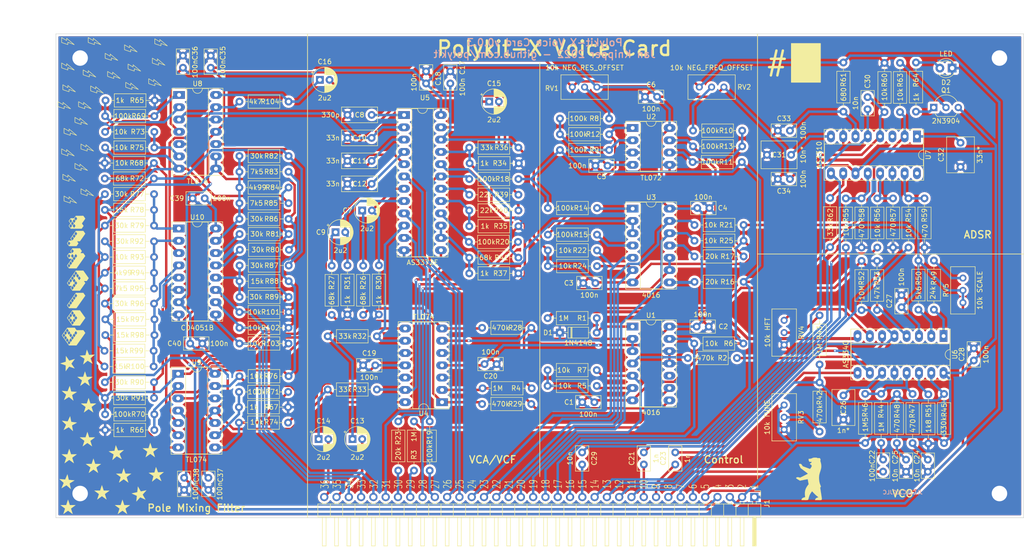
<source format=kicad_pcb>
(kicad_pcb (version 20211014) (generator pcbnew)
  (title_block (title "Polykit-X Voice Card") (date "2022-06-14") (rev "v0.0.3") (company "Jan Knipper") (comment 1 "github.com/polykit"))
  (layers (0 "F.Cu" signal) (31 "B.Cu" signal) (34 "B.Paste" user) (35 "F.Paste" user) (36 "B.SilkS" user "B.Silkscreen") (37 "F.SilkS" user "F.Silkscreen") (38 "B.Mask" user) (39 "F.Mask" user) (44 "Edge.Cuts" user))
  (net 0 "")
  (net 1 "GND")
  (net 2 "+12V")
  (net 3 "-12V")
  (net 4 "-5V")
  (net 5 "Net-(C7-Pad1)")
  (net 6 "Net-(C8-Pad2)")
  (net 7 "Net-(C9-Pad2)")
  (net 8 "Net-(C7-Pad2)")
  (net 9 "Net-(C9-Pad1)")
  (net 10 "A_LP3")
  (net 11 "A_LP2")
  (net 12 "A_LP1")
  (net 13 "VCF_OUT")
  (net 14 "Net-(C16-Pad2)")
  (net 15 "HSYNC")
  (net 16 "Net-(C13-Pad1)")
  (net 17 "Net-(C14-Pad1)")
  (net 18 "FM")
  (net 19 "SSYNC")
  (net 20 "VCA_IN")
  (net 21 "Net-(C22-Pad1)")
  (net 22 "Net-(C21-Pad2)")
  (net 23 "Net-(C26-Pad1)")
  (net 24 "TRIG")
  (net 25 "GATE")
  (net 26 "Net-(C23-Pad2)")
  (net 27 "Net-(C24-Pad1)")
  (net 28 "Net-(C25-Pad1)")
  (net 29 "Net-(D1-Pad2)")
  (net 30 "+5V")
  (net 31 "PITCH")
  (net 32 "PWM")
  (net 33 "LVL1")
  (net 34 "LVL2")
  (net 35 "VCA_CV")
  (net 36 "PAN_CV")
  (net 37 "FREQ_CV")
  (net 38 "RES_CV")
  (net 39 "FREQ_ADSR")
  (net 40 "FREQ_ADSR_NEG")
  (net 41 "RES_ADSR")
  (net 42 "RES_ADSR_NEG")
  (net 43 "ADSR_A")
  (net 44 "ADSR_D")
  (net 45 "ADSR_S")
  (net 46 "ADSR_R")
  (net 47 "ADSR_OUT")
  (net 48 "Net-(C29-Pad1)")
  (net 49 "Net-(C31-Pad2)")
  (net 50 "Net-(C32-Pad2)")
  (net 51 "Net-(C33-Pad2)")
  (net 52 "Net-(D2-Pad2)")
  (net 53 "EXTERNAL_IN")
  (net 54 "OUT_L")
  (net 55 "OUT_R")
  (net 56 "Net-(Q1-Pad1)")
  (net 57 "Net-(Q1-Pad2)")
  (net 58 "SAW_ON")
  (net 59 "Net-(R2-Pad2)")
  (net 60 "Net-(R3-Pad2)")
  (net 61 "TRIANGLE_ON")
  (net 62 "EXTERNAL_ON")
  (net 63 "FILTER_MODE_A")
  (net 64 "FILTER_MODE_B")
  (net 65 "FILTER_MODE_C")
  (net 66 "VCA")
  (net 67 "RES")
  (net 68 "FREQ")
  (net 69 "L")
  (net 70 "R")
  (net 71 "INT_IN1")
  (net 72 "SAW")
  (net 73 "INT_IN2")
  (net 74 "PULSE")
  (net 75 "IN2")
  (net 76 "Net-(R8-Pad1)")
  (net 77 "Net-(R12-Pad1)")
  (net 78 "Net-(R10-Pad1)")
  (net 79 "VCA_OUT")
  (net 80 "Net-(R10-Pad2)")
  (net 81 "Net-(R12-Pad2)")
  (net 82 "Net-(R14-Pad2)")
  (net 83 "Net-(R15-Pad2)")
  (net 84 "Net-(R16-Pad2)")
  (net 85 "Net-(R17-Pad2)")
  (net 86 "INT_A")
  (net 87 "INT_D")
  (net 88 "INT_R")
  (net 89 "/AS3310/IIN")
  (net 90 "HFT")
  (net 91 "TRIANGLE")
  (net 92 "IN1")
  (net 93 "Net-(C15-Pad1)")
  (net 94 "Net-(R35-Pad2)")
  (net 95 "Net-(R37-Pad2)")
  (net 96 "Net-(R39-Pad2)")
  (net 97 "Net-(R42-Pad1)")
  (net 98 "Net-(R43-Pad1)")
  (net 99 "Net-(R44-Pad1)")
  (net 100 "Net-(R49-Pad1)")
  (net 101 "Net-(R49-Pad2)")
  (net 102 "Net-(R50-Pad1)")
  (net 103 "Net-(R51-Pad1)")
  (net 104 "Net-(R65-Pad1)")
  (net 105 "Net-(R66-Pad1)")
  (net 106 "Net-(R67-Pad1)")
  (net 107 "Net-(R68-Pad1)")
  (net 108 "Net-(R69-Pad1)")
  (net 109 "B_LP2")
  (net 110 "Net-(R71-Pad1)")
  (net 111 "B_INPUT")
  (net 112 "Net-(R73-Pad2)")
  (net 113 "Net-(R74-Pad2)")
  (net 114 "B_LP3")
  (net 115 "B_LP1")
  (net 116 "X4")
  (net 117 "B_LP4")
  (net 118 "X0")
  (net 119 "X1")
  (net 120 "X2")
  (net 121 "X3")
  (net 122 "X5")
  (net 123 "X6")
  (net 124 "X7")
  (net 125 "Net-(R104-Pad1)")
  (net 126 "A_INPUT")
  (net 130 "Net-(R13-Pad2)")
  (footprint "Capacitor_THT:C_Rect_L7.2mm_W5.5mm_P5.00mm_FKS2_FKP2_MKS2_MKP2" (layer "F.Cu") (at 196.95 60)
    (fp_text reference "C31")
    (fp_text value "10n*")
  )
  (footprint "Resistor_THT:R_Axial_DIN0207_L6.3mm_D2.5mm_P10.16mm_Horizontal" (layer "F.Cu") (at 70.28 77.875 180)
    (fp_text reference "R92")
    (fp_text value "30k")
  )
  (footprint "Resistor_THT:R_Axial_DIN0207_L6.3mm_D2.5mm_P10.16mm_Horizontal" (layer "F.Cu") (at 98.08 99 180)
    (fp_text reference "R103")
    (fp_text value "10k")
  )
  (footprint "Resistor_THT:R_Axial_DIN0207_L6.3mm_D2.5mm_P10.16mm_Horizontal" (layer "F.Cu") (at 60.17 55.25)
    (fp_text reference "R73")
    (fp_text value "10k")
  )
  (footprint "Resistor_THT:R_Axial_DIN0207_L6.3mm_D2.5mm_P10.16mm_Horizontal" (layer "F.Cu") (at 151.67 79.75)
    (fp_text reference "R22")
    (fp_text value "10k")
  )
  (footprint "Capacitor_THT:CP_Radial_D5.0mm_P2.00mm" (layer "F.Cu") (at 111.294888 118.75)
    (fp_text reference "C13")
    (fp_text value "2u2")
  )
  (footprint "Resistor_THT:R_Axial_DIN0207_L6.3mm_D2.5mm_P10.16mm_Horizontal" (layer "F.Cu") (at 87.82 112.15)
    (fp_text reference "R67")
    (fp_text value "1k")
  )
  (footprint "Polykit:blitz-silk-supertiny" (layer "F.Cu") (at 61.5 39.75 90)
    (fp_text reference "G***" hide)
    (fp_text value "LOGO" hide)
  )
  (footprint "Polykit:star-silk-tiny" (layer "F.Cu") (at 56 106.25)
    (fp_text reference "G***" hide)
    (fp_text value "LOGO" hide)
  )
  (footprint "Resistor_THT:R_Axial_DIN0207_L6.3mm_D2.5mm_P10.16mm_Horizontal" (layer "F.Cu") (at 145.58 68.25 180)
    (fp_text reference "R39")
    (fp_text value "22k")
  )
  (footprint "Capacitor_THT:C_Disc_D5.0mm_W2.5mm_P2.50mm" (layer "F.Cu") (at 225.7 123 -90)
    (fp_text reference "C25")
    (fp_text value "10n")
  )
  (footprint "Resistor_THT:R_Axial_DIN0207_L6.3mm_D2.5mm_P10.16mm_Horizontal" (layer "F.Cu") (at 145.66 61.75 180)
    (fp_text reference "R34")
    (fp_text value "1k")
  )
  (footprint "Package_DIP:DIP-14_W7.62mm_Socket_LongPads" (layer "F.Cu") (at 169.17 95.5)
    (fp_text reference "U1")
    (fp_text value "4016")
  )
  (footprint "Capacitor_THT:C_Disc_D5.0mm_W2.5mm_P2.50mm" (layer "F.Cu") (at 76.25 39.5 -90)
    (fp_text reference "C36")
    (fp_text value "100n")
  )
  (footprint "Resistor_THT:R_Axial_DIN0207_L6.3mm_D2.5mm_P10.16mm_Horizontal" (layer "F.Cu") (at 145.58 74.75 180)
    (fp_text reference "R35")
    (fp_text value "1k")
  )
  (footprint "Resistor_THT:R_Axial_DIN0207_L6.3mm_D2.5mm_P10.16mm_Horizontal" (layer "F.Cu") (at 227.05 109.42 -90)
    (fp_text reference "R47")
    (fp_text value "470")
  )
  (footprint "Resistor_THT:R_Axial_DIN0207_L6.3mm_D2.5mm_P10.16mm_Horizontal" (layer "F.Cu") (at 192.13 74.5 180)
    (fp_text reference "R21")
    (fp_text value "10k")
  )
  (footprint "Resistor_THT:R_Axial_DIN0207_L6.3mm_D2.5mm_P10.16mm_Horizontal" (layer "F.Cu") (at 87.92 63.5)
    (fp_text reference "R83")
    (fp_text value "7k5")
  )
  (footprint "Resistor_THT:R_Axial_DIN0207_L6.3mm_D2.5mm_P10.16mm_Horizontal" (layer "F.Cu") (at 191.83 58.25 180)
    (fp_text reference "R13")
    (fp_text value "100k")
  )
  (footprint "Capacitor_THT:C_Disc_D5.0mm_W2.5mm_P2.50mm" (layer "F.Cu") (at 158.75 121.5 -90)
    (fp_text reference "C29")
    (fp_text value "10n")
  )
  (footprint "Resistor_THT:R_Axial_DIN0207_L6.3mm_D2.5mm_P10.16mm_Horizontal" (layer "F.Cu") (at 217.25 119.555 90)
    (fp_text reference "R46")
    (fp_text value "1M5")
  )
  (footprint "Capacitor_THT:C_Disc_D5.0mm_W2.5mm_P2.50mm" (layer "F.Cu") (at 171.5 124 90)
    (fp_text reference "C21")
    (fp_text value "1n")
  )
  (footprint "Resistor_THT:R_Axial_DIN0207_L6.3mm_D2.5mm_P10.16mm_Horizontal" (layer "F.Cu") (at 70.25 61.7 180)
    (fp_text reference "R68")
    (fp_text value "10k")
  )
  (footprint "Resistor_THT:R_Axial_DIN0207_L6.3mm_D2.5mm_P10.16mm_Horizontal" (layer "F.Cu") (at 145.5 78 180)
    (fp_text reference "R20")
    (fp_text value "100k")
  )
  (footprint "Resistor_THT:R_Axial_DIN0207_L6.3mm_D2.5mm_P10.16mm_Horizontal" (layer "F.Cu") (at 70.28 71.375 180)
    (fp_text reference "R78")
    (fp_text value "15k")
  )
  (footprint "Capacitor_THT:CP_Radial_D5.0mm_P2.00mm" (layer "F.Cu") (at 107.794888 76)
    (fp_text reference "C9")
    (fp_text value "2u2")
  )
  (footprint "Potentiometer_THT:Potentiometer_Bourns_3296W_Vertical" (layer "F.Cu") (at 200.5 111.7 90)
    (fp_text reference "RV3")
    (fp_text value "10k TUNE")
  )
  (footprint "Capacitor_THT:C_Rect_L7.2mm_W3.0mm_P5.00mm_FKS2_FKP2_MKS2_MKP2" (layer "F.Cu") (at 110.25 66)
    (fp_text reference "C12")
    (fp_text value "33n")
  )
  (footprint "Resistor_THT:R_Axial_DIN0207_L6.3mm_D2.5mm_P10.16mm_Horizontal" (layer "F.Cu") (at 151.67 83)
    (fp_text reference "R24")
    (fp_text value "10k")
  )
  (footprint "Resistor_THT:R_Axial_DIN0207_L6.3mm_D2.5mm_P10.16mm_Horizontal" (layer "F.Cu") (at 70.28 90.75 180)
    (fp_text reference "R96")
    (fp_text value "30k")
  )
  (footprint "Polykit:blitz-silk-supertiny" (layer "F.Cu") (at 58.5 46.5 90)
    (fp_text reference "G***" hide)
    (fp_text value "LOGO" hide)
  )
  (footprint "Resistor_THT:R_Axial_DIN0207_L6.3mm_D2.5mm_P10.16mm_Horizontal" (layer "F.Cu") (at 98.08 92.5 180)
    (fp_text reference "R101")
    (fp_text value "10k")
  )
  (footprint "Polykit:bär-small" (layer "F.Cu") (at 205.75 127)
    (fp_text reference "G***" hide)
    (fp_text value "LOGO" hide)
  )
  (footprint "Resistor_THT:R_Axial_DIN0207_L6.3mm_D2.5mm_P10.16mm_Horizontal" (layer "F.Cu") (at 151.62 107.75)
    (fp_text reference "R5")
    (fp_text value "10k")
  )
  (footprint "Capacitor_THT:C_Rect_L7.2mm_W4.5mm_P5.00mm_FKS2_FKP2_MKS2_MKP2" (layer "F.Cu") (at 212.75 109.725 -90)
    (fp_text reference "C26")
    (fp_text value "1n*")
  )
  (footprint "Potentiometer_THT:Potentiometer_Bourns_3296W_Vertical" (layer "F.Cu") (at 237.45 90.55 -90)
    (fp_text reference "RV5")
    (fp_text value "10k SCALE")
  )
  (footprint "Resistor_THT:R_Axial_DIN0207_L6.3mm_D2.5mm_P10.16mm_Horizontal" (layer "F.Cu") (at 70.28 107 180)
    (fp_text reference "R90")
    (fp_text value "30k")
  )
  (footprint "Capacitor_THT:C_Disc_D5.0mm_W2.5mm_P2.50mm" (layer "F.Cu") (at 184.92 95.5 180)
    (fp_text reference "C2")
    (fp_text value "100n")
  )
  (footprint "Polykit:blitz-silk-supertiny" (layer "F.Cu") (at 52.5 59.5 90)
    (fp_text reference "G***" hide)
    (fp_text value "LOGO" hide)
  )
  (footprint "Connector_PinHeader_2.54mm:PinHeader_1x36_P2.54mm_Horizontal" (layer "F.Cu") (at 194.35 130.725 -90)
    (fp_text reference "J1")
    (fp_text value "Conn_01x36")
  )
  (footprint "Package_TO_SOT_THT:TO-92_Inline_Wide" (layer "F.Cu") (at 231.41 50.22)
    (fp_text reference "Q1")
    (fp_text value "2N3904")
  )
  (footprint "Resistor_THT:R_Axial_DIN0207_L6.3mm_D2.5mm_P10.16mm_Horizontal" (layer "F.Cu") (at 216.5 69 -90)
    (fp_text reference "R58")
    (fp_text value "470")
  )
  (footprint "Resistor_THT:R_Axial_DIN0207_L6.3mm_D2.5mm_P10.16mm_Horizontal" (layer "F.Cu") (at 151.62 104.5)
    (fp_text reference "R7")
    (fp_text value "10k")
  )
  (footprint "Resistor_THT:R_Axial_DIN0207_L6.3mm_D2.5mm_P10.16mm_Horizontal" (layer "F.Cu") (at 233.55 119.58 90)
    (fp_text reference "R45")
    (fp_text value "330k")
  )
  (footprint "Capacitor_THT:C_Disc_D5.0mm_W2.5mm_P2.50mm" (layer "F.Cu") (at 113.5 103.5)
    (fp_text reference "C19")
    (fp_text value "100n")
  )
  (footprint "Resistor_THT:R_Axial_DIN0207_L6.3mm_D2.5mm_P10.16mm_Horizontal" (layer "F.Cu") (at 106.17 108.5)
    (fp_text reference "R33")
    (fp_text value "33k")
  )
  (footprint "Potentiometer_THT:Potentiometer_Bourns_3296W_Vertical" (layer "F.Cu") (at 161.8 46)
    (fp_text reference "RV1")
    (fp_text value "10k NEG_RES_OFFSET")
  )
  (footprint "Resistor_THT:R_Axial_DIN0207_L6.3mm_D2.5mm_P10.16mm_Horizontal" (layer "F.Cu") (at 145.58 84.5 180)
    (fp_text reference "R37")
    (fp_text value "1k")
  )
  (footprint "Resistor_THT:R_Axial_DIN0207_L6.3mm_D2.5mm_P10.16mm_Horizontal" (layer "F.Cu") (at 227.75 51.08 90)
    (fp_text reference "R64")
    (fp_text value "1k")
  )
  (footprint "Capacitor_THT:C_Disc_D5.0mm_W2.5mm_P2.50mm" (layer "F.Cu") (at 158.78 111.125)
    (fp_text reference "C1")
    (fp_text value "100n")
  )
  (footprint "Polykit:star-silk-tiny" (layer "F.Cu") (at 52.75 122.25)
    (fp_text reference "G***" hide)
    (fp_text value "LOGO" hide)
  )
  (footprint "Resistor_THT:R_Axial_DIN0207_L6.3mm_D2.5mm_P10.16mm_Horizontal" (layer "F.Cu") (at 145.58 81.25 180)
    (fp_text reference "R41")
    (fp_text value "68k")
  )
  (footprint "Resistor_THT:R_Axial_DIN0207_L6.3mm_D2.5mm_P10.16mm_Horizontal" (layer "F.Cu") (at 70.28 68.125 180)
    (fp_text reference "R77")
    (fp_text value "30k")
  )
  (footprint "Capacitor_THT:CP_Radial_D5.0mm_P2.00mm" (layer "F.Cu") (at 139.544888 49)
    (fp_text reference "C15")
    (fp_text value "2u2")
  )
  (footprint "Polykit:blitz-silk-supertiny" (layer "F.Cu") (at 56.5 67.75 90)
    (fp_text reference "G***" hide)
    (fp_text value "LOGO" hide)
  )
  (footprint "Resistor_THT:R_Axial_DIN0207_L6.3mm_D2.5mm_P10.16mm_Horizontal" (layer "F.Cu") (at 191.75 61.5 180)
    (fp_text reference "R11")
    (fp_text value "100k")
  )
  (footprint "Package_DIP:DIP-14_W7.62mm_Socket_LongPads" (layer "F.Cu") (at 169.2 71.125)
    (fp_text reference "U3")
    (fp_text value "4016")
  )
  (footprint "Resistor_THT:R_Axial_DIN0207_L6.3mm_D2.5mm_P10.16mm_Horizontal" (layer "F.Cu") (at 228.25 92 90)
    (fp_text reference "R50")
    (fp_text value "5k6")
  )
  (footprint "Polykit:star-silk-tiny" (layer "F.Cu") (at 52.75 115.5 -7)
    (fp_text reference "G***" hide)
    (fp_text value "LOGO" hide)
  )
  (footprint "Capacitor_THT:C_Rect_L7.2mm_W3.0mm_P5.00mm_FKS2_FKP2_MKS2_MKP2" (layer "F.Cu") (at 110.25 61.25)
    (fp_text reference "C11")
    (fp_text value "33n")
  )
  (footprint "Resistor_THT:R_Axial_DIN0207_L6.3mm_D2.5mm_P10.16mm_Horizontal" (layer "F.Cu") (at 60.25 48.75)
    (fp_text reference "R65")
    (fp_text value "1k")
  )
  (footprint "Resistor_THT:R_Axial_DIN0207_L6.3mm_D2.5mm_P10.16mm_Horizontal" (layer "F.Cu") (at 138.08 111.5)
    (fp_text reference "R29")
    (fp_text value "470k")
  )
  (footprint "Resistor_THT:R_Axial_DIN0207_L6.3mm_D2.5mm_P10.16mm_Horizontal" (layer "F.Cu") (at 127.25 125.25 90)
    (fp_text reference "R19")
    (fp_text value "100k")
  )
  (footprint "Resistor_THT:R_Axial_DIN0207_L6.3mm_D2.5mm_P10.16mm_Horizontal" (layer "F.Cu") (at 70.25 64.9 180)
    (fp_text reference "R72")
    (fp_text value "68k")
  )
  (footprint "Polykit:blitz-silk-supertiny" (layer "F.Cu") (at 70.5 45 90)
    (fp_text reference "G***" hide)
    (fp_text value "LOGO" hide)
  )
  (footprint "Resistor_THT:R_Axial_DIN0207_L6.3mm_D2.5mm_P10.16mm_Horizontal" (layer "F.Cu") (at 192.08 99 180)
    (fp_text reference "R6")
    (fp_text value "10k")
  )
  (footprint "LED_THT:LED_D3.0mm" (layer "F.Cu") (at 235.225 42.08 180)
    (fp_text reference "D2")
    (fp_text value "LED")
  )
  (footprint "Resistor_THT:R_Axial_DIN0207_L6.3mm_D2.5mm_P10.16mm_Horizontal" (layer "F.Cu") (at 98 109 180)
    (fp_text reference "R71")
    (fp_text value "100k")
  )
  (footprint "Resistor_THT:R_Axial_DIN0207_L6.3mm_D2.5mm_P10.16mm_Horizontal" (layer "F.Cu") (at 216.5 92.08 90)
    (fp_text reference "R52")
    (fp_text value "10M")
  )
  (footprint "Capacitor_THT:C_Disc_D5.0mm_W2.5mm_P2.50mm" (layer "F.Cu") (at 78.25 69)
    (fp_text reference "C39")
    (fp_text value "100n")
  )
  (footprint "Polykit:blitz-silk-supertiny" (layer "F.Cu") (at 56.959971 43.186322 90)
    (fp_text reference "G***" hide)
    (fp_text value "LOGO" hide)
  )
  (footprint "Resistor_THT:R_Axial_DIN0207_L6.3mm_D2.5mm_P10.16mm_Horizontal" (layer "F.Cu") (at 70.28 110.25 180)
    (fp_text reference "R91")
    (fp_text value "30k")
  )
  (footprint "Capacitor_THT:CP_Radial_D5.0mm_P2.00mm" (layer "F.Cu") (at 113.294888 71.5)
    (fp_text reference "C7")
    (fp_text value "2u2")
  )
  (footprint "Resistor_THT:R_Axial_DIN0207_L6.3mm_D2.5mm_P10.16mm_Horizontal" (layer "F.Cu") (at 70.28 84.375 180)
    (fp_text reference "R94")
    (fp_text value "4k99")
  )
  (footprint "Resistor_THT:R_Axial_DIN0207_L6.3mm_D2.5mm_P10.16mm_Horizontal" (layer "F.Cu") (at 151.67 76.5)
    (fp_text reference "R15")
    (fp_text value "100k")
  )
  (footprint "Package_DIP:DIP-14_W7.62mm_Socket_LongPads" (layer "F.Cu") (at 75.25 105.25)
    (fp_text reference "U9")
    (fp_text value "TL074")
  )
  (footprint "Resistor_THT:R_Axial_DIN0207_L6.3mm_D2.5mm_P10.16mm_Horizontal" (layer "F.Cu") (at 87.92 60.25)
    (fp_text reference "R82")
    (fp_text value "30k")
  )
  (footprint "Resistor_THT:R_Axial_DIN0207_L6.3mm_D2.5mm_P10.16mm_Horizontal" (layer "F.Cu") (at 231.45 92 90)
    (fp_text reference "R49")
    (fp_text value "24k")
  )
  (footprint "Capacitor_THT:C_Disc_D5.0mm_W2.5mm_P2.50mm" (layer "F.Cu") (at 76.5 129.25 90)
    (fp_text reference "C38")
    (fp_text value "100n")
  )
  (footprint "Resistor_THT:R_Axial_DIN0207_L6.3mm_D2.5mm_P10.16mm_Horizontal" (layer "F.Cu") (at 164.33 52.5 180)
    (fp_text reference "R8")
    (fp_text value "100k")
  )
  (footprint "Resistor_THT:R_Axial_DIN0207_L6.3mm_D2.5mm_P10.16mm_Horizontal" (layer "F.Cu") (at 116.75 93 90)
    (fp_text reference "R30")
    (fp_text value "1k")
  )
  (footprint "Resistor_THT:R_Axial_DIN0207_L6.3mm_D2.5mm_P10.16mm_Horizontal" (layer "F.Cu") (at 87.82 115.35)
    (fp_text reference "R74")
    (fp_text value "10k")
  )
  (footprint "Resistor_THT:R_Axial_DIN0207_L6.3mm_D2.5mm_P10.16mm_Horizontal" (layer "F.Cu") (at 219.7 92.08 90)
    (fp_text reference "R53")
    (fp_text value "47k")
  )
  (footprint "Resistor_THT:R_Axial_DIN0207_L6.3mm_D2.5mm_P10.16mm_Horizontal" (layer "F.Cu") (at 151.67 71)
    (fp_text reference "R14")
    (fp_text value "100k")
  )
  (footprint "Polykit:star-silk-tiny" (layer "F.Cu") (at 52.25 127.5 -5)
    (fp_text reference "G***" hide)
    (fp_text value "LOGO" hide)
  )
  (footprint "Capacitor_THT:C_Disc_D5.0mm_W2.5mm_P2.50mm" (layer "F.Cu") (at 199.2 65)
    (fp_text reference "C34")
    (fp_text value "100n")
  )
  (footprint "Polykit:blitz-silk-supertiny" (layer "F.Cu") (at 52.5 36.5 90)
    (fp_text reference "G***" hide)
    (fp_text value "LOGO" hide)
  )
  (footprint "Resistor_THT:R_Axial_DIN0207_L6.3mm_D2.5mm_P10.16mm_Horizontal" (layer "F.Cu") (at 213.25 69 -90)
    (fp_text reference "R55")
    (fp_text value "10k")
  )
  (footprint "Package_DIP:DIP-16_W7.62mm_Socket_LongPads" (layer "F.Cu") (at 227.95 56.2 -90)
    (fp_text reference "U7")
    (fp_text value "AS3310")
  )
  (footprint "Resistor_THT:R_Axial_DIN0207_L6.3mm_D2.5mm_P10.16mm_Horizontal" (layer "F.Cu") (at 87.95 86.125)
    (fp_text reference "R88")
    (fp_text value "15k")
  )
  (footprint "Resistor_THT:R_Axial_DIN0207_L6.3mm_D2.5mm_P10.16mm_Horizontal" (layer "F.Cu") (at 207.825 93.17 -90)
    (fp_text reference "R43")
    (fp_text value "1M")
  )
  (footprint "Polykit:star-silk-tiny" (layer "F.Cu") (at 57.75 124.25)
    (fp_text reference "G***" hide)
    (fp_text value "LOGO" hide)
  )
  (footprint "Polykit:blitz-silk-supertiny" (layer "F.Cu") (at 58 36.5 90)
    (fp_text reference "G***" hide)
    (fp_text value "LOGO" hide)
  )
  (footprint "Resistor_THT:R_Axial_DIN0207_L6.3mm_D2.5mm_P10.16mm_Horizontal" (layer "F.Cu") (at 70.28 87.625 180)
    (fp_text reference "R95")
    (fp_text value "7k5")
  )
  (footprint "Resistor_THT:R_Axial_DIN0207_L6.3mm_D2.5mm_P10.16mm_Horizontal" (layer "F.Cu") (at 98.08 95.75 180)
    (fp_text reference "R102")
    (fp_text value "10k")
  )
  (footprint "Resistor_THT:R_Axial_DIN0207_L6.3mm_D2.5mm_P10.16mm_Horizontal" (layer "F.Cu") (at 145.58 65 180)
    (fp_text reference "R18")
    (fp_text value "100k")
  )
  (footprint "Polykit:blitz-silk-supertiny" (layer "F.Cu") (at 52.75 46.25 90)
    (fp_text reference "G***" hide)
    (fp_text value "LOGO" hide)
  )
  (footprint "Resistor_THT:R_Axial_DIN0207_L6.3mm_D2.5mm_P10.16mm_Horizontal" (layer "F.Cu") (at 221.25 41 -90)
    (fp_text reference "R60")
    (fp_text value "10k")
  )
  (footprint "Polykit:star-silk-tiny" (layer "F.Cu") (at 52.5 103 17)
    (fp_text reference "G***" hide)
    (fp_text value "LOGO" hide)
  )
  (footprint "Resistor_THT:R_Axial_DIN0207_L6.3mm_D2.5mm_P10.16mm_Horizontal" (layer "F.Cu") (at 223 69 -90)
    (fp_text reference "R57")
    (fp_text value "470")
  )
  (footprint "Capacitor_THT:C_Disc_D5.0mm_W2.5mm_P2.50mm" (layer "F.Cu") (at 141.08 103.25 180)
    (fp_text reference "C20")
    (fp_text value "100n")
  )
  (footprint "Resistor_THT:R_Axial_DIN0207_L6.3mm_D2.5mm_P10.16mm_Horizontal" (layer "F.Cu") (at 87.92 70)
    (fp_text reference "R85")
    (fp_text value "7k5")
  )
  (footprint "Capacitor_THT:C_Disc_D5.0mm_W2.5mm_P2.50mm" (layer "F.Cu") (at 82 39.5 -90)
    (fp_text reference "C35")
    (fp_text value "100n")
  )
  (footprint "Package_DIP:DIP-8_W7.62mm_Socket_LongPads" (layer "F.Cu") (at 169.2 54.45)
    (fp_text reference "U2")
    (fp_text value "TL072")
  )
  (footprint "Polykit:star-silk-tiny" (layer "F.Cu") (at 56.75 111.75)
    (fp_text reference "G***" hide)
    (fp_text value "LOGO" hide)
  )
  (footprint "Resistor_THT:R_Axial_DIN0207_L6.3mm_D2.5mm_P10.16mm_Horizontal" (layer "F.Cu") (at 106.17 97.5)
    (fp_text reference "R32")
    (fp_text value "33k")
  )
  (footprint "Resistor_THT:R_Axial_DIN0207_L6.3mm_D2.5mm_P10.16mm_Horizontal" (layer "F.Cu") (at 210 79.08 90)
    (fp_text reference "R62")
    (fp_text value "33k")
  )
  (footprint "Resistor_THT:R_Axial_DIN0207_L6.3mm_D2.5mm_P10.16mm_Horizontal" (layer "F.Cu") (at 154.17 59)
    (fp_text reference "R9")
    (fp_text value "100k")
  )
  (footprint "Resistor_THT:R_Axial_DIN0207_L6.3mm_D2.5mm_P10.16mm_Horizontal" (layer "F.Cu") (at 70.33 58.5 180)
    (fp_text reference "R75")
    (fp_text value "10k")
  )
  (footprint "Polykit:star-silk-tiny" (layer "F.Cu") (at 63.75 132.75)
    (fp_text reference "G***" hide)
    (fp_text value "LOGO" hide)
  )
  (footprint "Resistor_THT:R_Axial_DIN0207_L6.3mm_D2.5mm_P10.16mm_Horizontal" (layer "F.Cu") (at 192.13 86.25 180)
    (fp_text reference "R16")
    (fp_text value "20k")
  )
  (footprint "Resistor_THT:R_Axial_DIN0207_L6.3mm_D2.5mm_P10.16mm_Horizontal" (layer "F.Cu") (at 87.92 66.75)
    (fp_text reference "R84")
    (fp_text value "4k99")
  )
  (footprint "Capacitor_THT:C_Disc_D5.0mm_W2.5mm_P2.50mm" (layer "F.Cu") (at 239.7 102.5 90)
    (fp_text reference "C28")
    (fp_text value "100n")
  )
  (footprint "Capacitor_THT:C_Disc_D5.0mm_W2.5mm_P2.50mm" (layer "F.Cu") (at 217.75 48.08 -90)
    (fp_text reference "C30")
    (fp_text value "10n")
  )
  (footprint "Resistor_THT:R_Axial_DIN0207_L6.3mm_D2.5mm_P10.16mm_Horizontal" (layer "F.Cu") (at 70.28 74.625 180)
    (fp_text reference "R79")
    (fp_text value "30k")
  )
  (footprint "Package_DIP:DIP-24_W7.62mm_Socket_LongPads" (layer "F.Cu") (at 121.95 51.775)
    (fp_text reference "U5")
    (fp_text value "AS3372E")
  )
  (footprint "Polykit:star-silk-tiny" (layer "F.Cu") (at 69.5 121)
    (fp_text reference "G***" hide)
    (fp_text value "LOGO" hide)
  )
  (footprint "Capacitor_THT:C_Disc_D5.0mm_W2.5mm_P2.50mm" (layer "F.Cu") (at 178 124 90)
    (fp_text reference "C23")
    (fp_text value "1n")
  )
  (footprint "Resistor_THT:R_Axial_DIN0207_L6.3mm_D2.5mm_P10.16mm_Horizontal" (layer "F.Cu") (at 70.36 97.25 180)
    (fp_text reference "R98")
    (fp_text value "15k")
  )
  (footprint "Potentiometer_THT:Potentiometer_Bourns_3296W_Vertical" (layer "F.Cu") (at 200.5 94.2 90)
    (fp_text reference "RV4")
    (fp_text value "10k HFT")
  )
  (footprint "Polykit:star-silk-tiny" (layer "F.Cu") (at 56.5 118.75)
    (fp_text reference "G***" hide)
    (fp_text value "LOGO" hide)
  )
  (footprint "Polykit:blitz-silk-supertiny" (layer "F.Cu") (at 65.75 45.75 90)
    (fp_text reference "G***" hide)
    (fp_text value "LOGO" hide)
  )
  (footprint "Capacitor_THT:CP_Radial_D5.0mm_P2.00mm" (layer "F.Cu") (at 104.544888 44.5)
    (fp_text reference "C16")
    (fp_text value "2u2")
  )
  (footprint "Polykit:star-silk-tiny" (layer "F.Cu") (at 67.25 130 12)
    (fp_text reference "G***" hide)
    (fp_text value "LOGO" hide)
  )
  (footprint "Polykit:blitz-silk-supertiny" (layer "F.Cu") (at 62 43.5 90)
    (fp_text reference "G***" hide)
    (fp_text value "LOGO" hide)
  )
  (footprint "Capacitor_THT:C_Disc_D5.0mm_W2.5mm_P2.50mm" (layer "F.Cu") (at 185.05 71 180)
    (fp_text reference "C4")
    (fp_text value "100n")
  )
  (footprint "Capacitor_THT:C_Disc_D5.0mm_W2.5mm_P2.50mm" (layer "F.Cu") (at 161.5 62.25)
    (fp_text reference "C5")
    (fp_text value "100n")
  )
  (footprint "Polykit:star-silk-tiny" (layer "F.Cu") (at 52.5 132.75)
    (fp_text reference "G***" hide)
    (fp_text value "LOGO" hide)
  )
  (footprint "Resistor_THT:R_Axial_DIN0207_L6.3mm_D2.5mm_P10.16mm_Horizontal" (layer "F.Cu") (at 154.17 55.75)
    (fp_text reference "R12")
    (fp_text value "100k")
  )
  (footprint "Polykit:blitz-silk-supertiny" (layer "F.Cu") (at 71.25 40.75 90)
    (fp_text reference "G***" hide)
    (fp_text value "LOGO" hide)
  )
  (footprint "Resistor_THT:R_Axial_DIN0207_L6.3mm_D2.5mm_P10.16mm_Horizontal" (layer "F.Cu") (at 70.2 103.75 180)
    (fp_text reference "R100")
    (fp_text value "15k")
  )
  (footprint "Polykit:blitz-silk-supertiny" (layer "F.Cu") (at 56.5 58.5 90)
    (fp_text reference "G***" hide)
    (fp_text value "LOGO" hide)
  )
  (footprint "Resistor_THT:R_Axial_DIN0207_L6.3mm_D2.5mm_P10.16mm_Horizontal" (layer "F.Cu") (at 87.92 105.75)
    (fp_text reference "R76")
    (fp_text value "10k")
  )
  (footprint "Polykit:blitz-silk-supertiny" (layer "F.Cu") (at 51.75 49.75 90)
    (fp_text reference "G***" hide)
    (fp_text value "LOGO" hide)
  )
  (footprint "Resistor_THT:R_Axial_DIN0207_L6.3mm_D2.5mm_P10.16mm_Horizontal" (layer "F.Cu") (at 151.62 93.75)
    (fp_text reference "R1")
    (fp_text value "1M")
  )
  (footprint "Resistor_THT:R_Axial_DIN0207_L6.3mm_D2.5mm_P10.16mm_Horizontal" (layer "F.Cu") (at 207.825 117.2 90)
    (fp_text reference "R42")
    (fp_text value "470k")
  )
  (footprint "Polykit:blitz-silk-supertiny" (layer "F.Cu") (at 52.5 41.75 90)
    (fp_text reference "G***" hide)
    (fp_text value "LOGO" hide)
  )
  (footprint "Capacitor_THT:C_Disc_D5.0mm_W2.5mm_P2.50mm" (layer "F.Cu") (at 171.75 48)
    (fp_text reference "C6")
    (fp_text value "100n")
  )
  (footprint "Capacitor_THT:C_Rect_L7.2mm_W3.0mm_P5.00mm_FKS2_FKP2_MKS2_MKP2" (layer "F.Cu") (at 110.25 51.75)
    (fp_text reference "C8")
    (fp_text value "330p")
  )
  (footprint "Resistor_THT:R_Axial_DIN0207_L6.3mm_D2.5mm_P10.16mm_Horizontal" (layer "F.Cu") (at 145.58 71.5 180)
    (fp_text reference "R40")
    (fp_text value "22k")
  )
  (footprint "Polykit:star-silk-tiny" (layer "F.Cu") (at 62.5 121.5 5)
    (fp_text reference "G***" hide)
    (fp_text value "LOGO" hide)
  )
  (footprint "Potentiometer_THT:Potentiometer_Bourns_3296W_Vertical" (layer "F.Cu") (at 188.05 46)
    (fp_text reference "RV2")
    (fp_text value "10k NEG_FREQ_OFFSET")
  )
  (footprint "Package_DIP:DIP-14_W7.62mm_Socket_LongPads" (layer "F.Cu") (at 129.8 111.125 180)
    (fp_text reference "U4")
    (fp_text value "TL074")
  )
  (footprint "Polykit:star-silk-tiny" (layer "F.Cu") (at 59.5 129.75)
    (fp_text reference "G***" hide)
    (fp_text value "LOGO" hide)
  )
  (footprint "Polykit:blitz-silk-supertiny" (layer "F.Cu") (at 66.236178 41.97328 90)
    (fp_text reference "G***" hide)
    (fp_text value "LOGO" hide)
  )
  (footprint "Resistor_THT:R_Axial_DIN0207_L6.3mm_D2.5mm_P10.16mm_Horizontal" (layer "F.Cu") (at 212.75 51.08 90)
    (fp_text reference "R61")
    (fp_text value "680")
  )
  (footprint "Package_DIP:DIP-16_W7.62mm_Socket_LongPads" (layer "F.Cu") (at 233.45 97.45 -90)
    (fp_text reference "U6")
    (fp_text value "AS3340")
  )
  (footprint "Resistor_THT:R_Axial_DIN0207_L6.3mm_D2.5mm_P10.16mm_Horizontal" (layer "F.Cu") (at 181.67 55)
    (fp_text reference "R10")
    (fp_text value "100k")
  )
  (footprint "Resistor_THT:R_Axial_DIN0207_L6.3mm_D2.5mm_P10.16mm_Horizontal" (layer "F.Cu") (at 70.33 52 180)
    (fp_text reference "R69")
    (fp_text value "100k")
  )
  (footprint "Polykit:blitz-silk-supertiny" (layer "F.Cu") (at 55.25 62.5 90)
    (fp_text reference "G***" hide)
    (fp_text value "LOGO" hide)
  )
  (footprint "Capacitor_THT:C_Disc_D5.0mm_W2.5mm_P2.50mm" (layer "F.Cu") (at 131.5 45.25 90)
    (fp_text reference "C17")
    (fp_text value "100n")
  )
  (footprint "Resistor_THT:R_Axial_DIN0207_L6.3mm_D2.5mm_P10.16mm_Horizontal" (layer "F.Cu") (at 70.36 94 180)
    (fp_text reference "R97")
    (fp_text value "15k")
  )
  (footprint "Resistor_THT:R_Axial_DIN0207_L6.3mm_D2.5mm_P10.16mm_Horizontal" (layer "F.Cu") (at 219.75 69 -90)
    (fp_text reference "R56")
    (fp_text value "10k")
  )
  (footprint "Capacitor_THT:C_Disc_D5.0mm_W2.5mm_P2.50mm" (layer "F.Cu") (at 126.5 45.25 90)
    (fp_text reference "C18")
    (fp_text value "100n")
  )
  (footprint "Resistor_THT:R_Axial_DIN0207_L6.3mm_D2.5mm_P10.16mm_Horizontal" (layer "F.Cu") (at 230.3 109.5 -90)
    (fp_text reference "R51")
    (fp_text value "1k8")
  )
  (footprint "Resistor_THT:R_Axial_DIN0207_L6.3mm_D2.5mm_P10.16mm_Horizontal" (layer "F.Cu") (at 87.92 49)
    (fp_text reference "R104")
    (fp_text value "4k7")
  )
  (footprint "Resistor_THT:R_Axial_DIN0207_L6.3mm_D2.5mm_P10.16mm_Horizontal" (layer "F.Cu") (at 113.5 82.92 -90)
    (fp_text reference "R26")
    (fp_text value "68k")
  )
  (footprint "Resistor_THT:R_Axial_DIN0207_L6.3mm_D2.5mm_P10.16mm_Horizontal" (layer "F.Cu") (at 87.95 82.875)
    (fp_text reference "R87")
    (fp_text value "30k")
  )
  (footprint "Polykit:blitz-silk-supertiny" (layer "F.Cu") (at 71.75 36.75 90)
    (fp_text reference "G***" hide)
    (fp_text value "LOGO" hide)
  )
  (footprint "Capacitor_THT:C_Disc_D5.0mm_W2.5mm_P2.50mm" (layer "F.Cu") (at 159 86.5)
    (fp_text reference "C3")
    (fp_text value "100n")
  )
  (footprint "Capacitor_THT:C_Rect_L7.2mm_W3.0mm_P5.00mm_FKS2_FKP2_MKS2_MKP2" (layer "F.Cu") (at 110.25 56.5)
    (fp_text reference "C10")
    (fp_text value "33n")
  )
  (footprint "Capacitor_THT:C_Disc_D5.0mm_W2.5mm_P2.50mm" (layer "F.Cu") (at 80.25 99 180)
    (fp_text reference "C40")
    (fp_text value "100n")
  )
  (footprint "Resistor_THT:R_Axial_DIN0207_L6.3mm_D2.5mm_P10.16mm_Horizontal" (layer "F.Cu") (at 87.95 89.375)
    (fp_text reference "R89")
    (fp_text value "30k")
  )
  (footprint "Resistor_THT:R_Axial_DIN0207_L6.3mm_D2.5mm_P10.16mm_Horizontal" (layer "F.Cu") (at 70.33 116.875 180)
    (fp_text reference "R66")
    (fp_text value "1k")
  )
  (footprint "Capacitor_THT:C_Disc_D5.0mm_W2.5mm_P2.50mm" (layer "F.Cu") (at 230.2 123 -90)
    (fp_text reference "C24")
    (fp_text value "10n")
  )
  (footprint "Polykit:blitz-silk-supertiny" (layer "F.Cu") (at 52.75 64.75 90)
    (fp_text reference "G***" hide)
    (fp_text value "LOGO" hide)
  )
  (footprint "Resistor_THT:R_Axial_DIN0207_L6.3mm_D2.5mm_P10.16mm_Horizontal" (layer "F.Cu") (at 110.25 93 90)
    (fp_text reference "R31")
    (fp_text value "1k")
  )
  (footprint "Polykit:blitz-silk-supertiny" (layer "F.Cu") (at 53 69.25 90)
    (fp_text reference "G***" hide)
    (fp_text value "LOGO" hide)
  )
  (footprint "Polykit:blitz-silk-supertiny" (layer "F.Cu") (at 65.5 38 90)
    (fp_text reference "G***" hide)
    (fp_text value "LOGO" hide)
  )
  (footprint "Polykit:blitz-silk-supertiny" (layer "F.Cu") (at 53 55.25 90)
    (fp_text reference "G***" hide)
    (fp_text value "LOGO" hide)
  )
  (footprint "Resistor_THT:R_Axial_DIN0207_L6.3mm_D2.5mm_P10.16mm_Horizontal" (layer "F.Cu") (at 70.2 100.5 180)
    (fp_text reference "R99")
    (fp_text value "15k")
  )
  (footprint "Resistor_THT:R_Axial_DIN0207_L6.3mm_D2.5mm_P10.16mm_Horizontal" (layer "F.Cu") (at 120.75 125.25 90)
    (fp_text reference "R23")
    (fp_text value "20k")
  )
  (footprint "Polykit:star-silk-tiny" (layer "F.Cu") (at 56.5 101.75 4)
    (fp_text reference "G***" hide)
    (fp_text value "LOGO" hide)
  )
  (footprint "Polykit:star-silk-tiny" (layer "F.Cu") (at 64 126.25)
    (fp_text reference "G***" hide)
    (fp_text value "LOGO" hide)
  )
  (footprint "Capacitor_THT:C_Disc_D5.0mm_W2.5mm_P2.50mm" (layer "F.Cu") (at 199.2 55)
    (fp_text reference "C33")
    (fp_text value "100n")
  )
  (footprint "Resistor_THT:R_Axial_DIN0207_L6.3mm_D2.5mm_P10.16mm_Horizontal" (layer "F.Cu") (at 145.58 58.5 180)
    (fp_text reference "R36")
    (fp_text value "33k")
  )
  (footprint "Capacitor_THT:C_Disc_D5.0mm_W2.5mm_P2.50mm" (layer "F.Cu") (at 224.75 91.5 90)
    (fp_text reference "C27")
    (fp_text value "100n")
  )
  (footprint "Resistor_THT:R_Axial_DIN0207_L6.3mm_D2.5mm_P10.16mm_Horizontal" (layer "F.Cu") (at 124 125.25 90)
    (fp_text reference "R3")
    (fp_text value "1M")
  )
  (footprint "Package_DIP:DIP-14_W7.62mm_Socket_LongPads" (layer "F.Cu") (at 75.45 47.625)
    (fp_text reference "U8")
    (fp_text value "TL074")
  )
  (footprint "Resistor_THT:R_Axial_DIN0207_L6.3mm_D2.5mm_P10.16mm_Horizontal" (layer "F.Cu") (at 87.95 76.375)
    (fp_text reference "R81")
    (fp_text value "30k")
  )
  (footprint "Polykit:blitz-silk-supertiny" (layer "F.Cu") (at 55.25 53 90)
    (fp_text reference "G***" hide)
    (fp_text value "LOGO" hide)
  )
  (footprint "Resistor_THT:R_Axial_DIN0207_L6.3mm_D2.5mm_P10.16mm_Horizontal" (layer "F.Cu") (at 220.55 109.395 -90)
    (fp_text reference "R44")
    (fp_text value "1M")
  )
  (footprint "Resistor_THT:R_Axial_DIN0207_L6.3mm_D2.5mm_P10.16mm_Horizontal" (layer "F.Cu") (at 138.08 95.75)
    (fp_text reference "R28")
    (fp_text value "470k")
  )
  (footprint "Resistor_THT:R_Axial_DIN0207_L6.3mm_D2.5mm_P10.16mm_Horizontal" (layer "F.Cu") (at 226.2 69 -90)
    (fp_text reference "R54")
    (fp_text value "10k")
  )
  (footprint "Resistor_THT:R_Axial_DIN0207_L6.3mm_D2.5mm_P10.16mm_Horizontal" (layer "F.Cu") (at 107 82.92 -90)
    (fp_text reference "R27")
    (fp_text value "68k")
  )
  (footprint "Polykit:star-silk-tiny" (layer "F.Cu") (at 52.75 109.25 -4)
    (fp_text reference "G***" hide)
    (fp_text value "LOGO" hide)
  )
  (footprint "Capacitor_THT:CP_Radial_D5.0mm_P2.00mm" (layer "F.Cu") (at 104.294888 118.75)
    (fp_text reference "C14")
    (fp_text value "2u2")
  )
  (footprint "Polykit:star-silk-tiny" (layer "F.Cu") (at 70.75 126 3)
    (fp_text reference "G***" hide)
    (fp_text value "LOGO" hide)
  )
  (footprint "Resistor_THT:R_Axial_DIN0207_L6.3mm_D2.5mm_P10.16mm_Horizontal" (layer "F.Cu") (at 87.92 73.25)
    (fp_text reference "R86")
    (fp_text value "30k")
  )
  (footprint "Resistor_THT:R_Axial_DIN0207_L6.3mm_D2.5mm_P10.16mm_Horizontal" (layer "F.Cu") (at 192.13 81 180)
    (fp_text reference "R17")
    (fp_text value "20k")
  )
  (footprint "Capacitor_THT:C_Disc_D5.0mm_W2.5mm_P2.50mm" (layer "F.Cu") (at 81.5 129.25 90)
    (fp_text reference "C37")
    (fp_text value "100n")
  )
  (footprint "Resistor_THT:R_Axial_DIN0207_L6.3mm_D2.5mm_P10.16mm_Horizontal" (layer "F.Cu") (at 192.13 77.75 180)
    (fp_text reference "R25")
    (fp_text value "10k")
  )
  (footprint "Resistor_THT:R_Axial_DIN0207_L6.3mm_D2.5mm_P10.16mm_Horizontal" (layer "F.Cu") (at 229.5 69 -90)
    (fp_text reference "R59")
    (fp_text value "470")
  )
  (footprint "Capacitor_THT:C_Rect_L7.2mm_W5.5mm_P5.00mm_FKS2_FKP2_MKS2_MKP2" (layer "F.Cu") (at 236.95 62.5 90)
    (fp_text reference "C32")
    (fp_text value "33n*")
  )
  (footprint "Diode_THT:D_DO-35_SOD27_P7.62mm_Horizontal" (layer "F.Cu") (at 154.14 96.75)
    (fp_text reference "D1")
    (fp_text value "1N4148")
  )
  (footprint "Resistor_THT:R_Axial_DIN0207_L6.3mm_D2.5mm_P10.16mm_Horizontal" (layer "F.Cu") (at 70.28 81.125 180)
    (fp_text reference "R93")
    (fp_text value "10k")
  )
  (footprint "Resistor_THT:R_Axial_DIN0207_L6.3mm_D2.5mm_P10.16mm_Horizontal" (layer "F.Cu") (at 224.45 41 -90)
    (fp_text reference "R63")
    (fp_text value "10k")
  )
  (footprint "Package_DIP:DIP-16_W7.62mm_Socket_LongPads" (layer "F.Cu") (at 75.4 75.225)
    (fp_text reference "U10")
    (fp_text value "CD4051B")
  )
  (footprint "Polykit:logo-silk-2.5cm" (layer "F.Cu") (at 54 86 90)
    (fp_text reference "G***" hide)
    (fp_text value "LOGO" hide)
  )
  (footprint "Resistor_THT:R_Axial_DIN0207_L6.3mm_D2.5mm_P10.16mm_Horizontal" (layer "F.Cu") (at 148.33 108.25 180)
    (fp_text reference "R4")
    (fp_text value "1M")
  )
  (footprint "Polykit:blitz-silk-supertiny" (layer "F.Cu") (at 56 49.75 90)
    (fp_text reference "G***" hide)
    (fp_text value "LOGO" hide)
  )
  (footprint "Resistor_THT:R_Axial_DIN0207_L6.3mm_D2.5mm_P10.16mm_Horizontal" (layer "F.Cu") (at 60.17 113.625)
    (fp_text reference "R70")
    (fp_text value "100k")
  )
  (footprint "Resistor_THT:R_Axial_DIN0207_L6.3mm_D2.5mm_P10.16mm_Horizontal" (layer "F.Cu") (at 223.8 109.42 -90)
    (fp_text reference "R48")
    (fp_text value "470")
  )
  (footprint "Resistor_THT:R_Axial_DIN0207_L6.3mm_D2.5mm_P10.16mm_Horizontal" (layer "F.Cu") (at 88 79.625)
    (fp_text reference "R80")
    (fp_text value "30k")
  )
  (footprint "Capacitor_THT:C_Disc_D5.0mm_W2.5mm_P2.50mm" (layer "F.Cu") (at 220.95 122.975 -90)
    (fp_text reference "C22")
    (fp_text value "100n")
  )
  (footprint "Resistor_THT:R_Axial_DIN0207_L6.3mm_D2.5mm_P10.16mm_Horizontal" (layer "F.Cu") (at 190.75 102 180)
    (fp_text reference "R2")
    (fp_text value "470k")
  )
  (gr_line (start 102 35) (end 102 135) (layer "F.SilkS") (width 0.15))
  (gr_rect (start 202 37) (end 208 45) (layer "F.SilkS") (width 0.15) (fill solid))
  (gr_line (start 150 41) (end 150 126.5) (layer "F.SilkS") (width 0.15))
  (gr_line (start 195 35) (end 195 127) (layer "F.SilkS") (width 0.15))
  (gr_line (start 195 80.5) (end 250 80.5) (layer "F.SilkS") (width 0.15))
  (gr_line (start 250 35) (end 50 35) (layer "Edge.Cuts") (width 0.1))
  (gr_line (start 250 135) (end 250 35) (layer "Edge.Cuts") (width 0.1))
  (gr_line (start 50 35) (end 50 135) (layer "Edge.Cuts") (width 0.1))
  (gr_line (start 50 135) (end 250 135) (layer "Edge.Cuts") (width 0.1))
  (gr_text "JLCJLCJLCJLC" (at 225 129.75) (layer "B.SilkS") (effects (font (size 0.8 0.8)) (justify mirror)))
  (gr_text "Polykit-X Voice Card v0.0.3\nJan Knipper 2022 - github.com/polykit" (at 151 38) (layer "B.SilkS") (effects (font (size 1.5 1.5) (thickness 0.25)) (justify mirror)))
  (gr_text "36\n35\n34\n33\n32\n31\n30\n29\n28\n27\n26\n25\n24\n23\n22\n21\n20\n19\n18\n17\n16\n15\n14\n13\n12\n11\n10\n9\n8\n7\n6\n5\n4\n3\n2\n1" (at 149.95 129.1 90) (layer "F.SilkS") (effects (font (size 1.575 1) (thickness 0.125)) (justify left)))
  (gr_text "Polykit-X Voice Card" (at 153 38) (layer "F.SilkS") (effects (font (size 3 3) (thickness 0.5))))
  (gr_text "ADSR" (at 240.5 76.5) (layer "F.SilkS") (effects (font (size 1.5 1.5) (thickness 0.25))))
  (gr_text "Control" (at 188 123) (layer "F.SilkS") (effects (font (size 1.5 1.5) (thickness 0.25))))
  (gr_text "VCO" (at 225 130) (layer "F.SilkS") (effects (font (size 1.5 1.5) (thickness 0.25))))
  (gr_text "Pole Mixing Filter" (at 79 133) (layer "F.SilkS") (effects (font (size 1.5 1.5) (thickness 0.25))))
  (gr_text "VCA/VCF" (at 140.25 123) (layer "F.SilkS") (effects (font (size 1.5 1.5) (thickness 0.25))))
  (gr_text "#" (at 199 41) (layer "F.SilkS") (effects (font (size 4 4) (thickness 0.5))))
  (via (at 55 130) (size 3.5) (drill 3.2) (layers "F.Cu" "B.Cu") (net 1))
  (via (at 245 40) (size 3.5) (drill 3.2) (layers "F.Cu" "B.Cu") (net 1))
  (via (at 245 130) (size 3.5) (drill 3.2) (layers "F.Cu" "B.Cu") (net 1))
  (via (at 55 40) (size 3.5) (drill 3.2) (layers "F.Cu" "B.Cu") (net 1))
  (segment (start 82.87 110.33) (end 83.34 110.33) (width 0.508) (layer "B.Cu") (net 1))
  (segment (start 188.05 46) (end 186.05 48) (width 0.508) (layer "F.Cu") (net 2))
  (segment (start 175.16648 69.47148) (end 176.82 71.125) (width 0.508) (layer "F.Cu") (net 2))
  (segment (start 172.96352 99.32648) (end 176.79 95.5) (width 0.508) (layer "F.Cu") (net 2))
  (segment (start 129.8 103.505) (end 138.325 103.505) (width 0.508) (layer "F.Cu") (net 2))
  (segment (start 186.05 48) (end 174.25 48) (width 0.508) (layer "F.Cu") (net 2))
  (segment (start 189.285 133.25) (end 83 133.25) (width 0.508) (layer "F.Cu") (net 2))
  (segment (start 176.82 54.45) (end 175.16648 56.10352) (width 0.508) (layer "F.Cu") (net 2))
  (segment (start 73.742 53.537) (end 73.742 44.508) (width 0.508) (layer "F.Cu") (net 2))
  (segment (start 138.325 103.505) (end 138.58 103.25) (width 0.508) (layer "F.Cu") (net 2))
  (segment (start 83 133.25) (end 76.5 126.75) (width 0.508) (layer "F.Cu") (net 2))
  (segment (start 213.59648 62.16648) (end 204.53352 62.16648) (width 0.508) (layer "F.Cu") (net 2))
  (segment (start 191.81 130.725) (end 189.285 133.25) (width 0.508) (layer "F.Cu") (net 2))
  (segment (start 73.742 44.508) (end 76.25 42) (width 0.508) (layer "F.Cu") (net 2))
  (segment (start 75.45 55.245) (end 73.742 53.537) (width 0.508) (layer "F.Cu") (net 2))
  (segment (start 162.17352 99.32648) (end 172.96352 99.32648) (width 0.508) (layer "F.Cu") (net 2))
  (segment (start 175.16648 56.10352) (end 175.16648 69.47148) (width 0.508) (layer "F.Cu") (net 2))
  (segment (start 215.25 63.82) (end 213.59648 62.16648) (width 0.508) (layer "F.Cu") (net 2))
  (segment (start 204.53352 62.16648) (end 201.7 65) (width 0.508) (layer "F.Cu") (net 2))
  (segment (start 162.147267 99.352733) (end 162.17352 99.32648) (width 0.508) (layer "F.Cu") (net 2))
  (via (at 162.147267 99.352733) (size 0.508) (drill 0.3) (layers "F.Cu" "B.Cu") (net 2))
  (segment (start 103.291377 43.253511) (end 104.044888 42.5) (width 0.508) (layer "B.Cu") (net 2))
  (segment (start 176.79 95.5) (end 182.42 95.5) (width 0.508) (layer "B.Cu") (net 2))
  (segment (start 182.425 71.125) (end 182.55 71) (width 0.508) (layer "B.Cu") (net 2))
  (segment (start 233.45 105.07) (end 234.803511 106.423511) (width 0.508) (layer "B.Cu") (net 2))
  (segment (start 77.503511 43.253511) (end 103.291377 43.253511) (width 0.508) (layer "B.Cu") (net 2))
  (segment (start 239.7 102.5) (end 244.25 97.95) (width 0.508) (layer "B.Cu") (net 2))
  (segment (start 183.5 71.95) (end 183.5 94.42) (width 0.508) (layer "B.Cu") (net 2))
  (segment (start 174.25 48) (end 172.25 46) (width 0.508) (layer "B.Cu") (net 2))
  (segment (start 233.45 105.07) (end 237.13 105.07) (width 0.508) (layer "B.Cu") (net 2))
  (segment (start 199.326489 117.326489) (end 202.2675 120.2675) (width 0.508) (layer "B.Cu") (net 2))
  (segment (start 237.13 105.07) (end 239.7 102.5) (width 0.508) (layer "B.Cu") (net 2))
  (segment (start 176.82 54.45) (end 176.82 50.57) (width 0.508) (layer "B.Cu") (net 2))
  (segment (start 200.5 111.7) (end 199.326489 112.873511) (width 0.508) (layer "B.Cu") (net 2))
  (segment (start 75.25 112.87) (end 76.90352 114.52352) (width 0.508) (layer "B.Cu") (net 2))
  (segment (start 129.57 51.775) (end 129.57 48.32) (width 0.508) (layer "B.Cu") (net 2))
  (segment (start 200.696489 63.996489) (end 200.696489 58.646489) (width 0.508) (layer "B.Cu") (net 2))
  (segment (start 233.55 119.58) (end 232.271489 118.301489) (width 0.508) (layer "B.Cu") (net 2))
  (segment (start 218.503511 118.301489) (end 217.25 119.555) (width 0.508) (layer "B.Cu") (net 2))
  (segment (start 244.25 97.95) (end 244.25 58.75) (width 0.508) (layer "B.Cu") (net 2))
  (segment (start 244.25 58.75) (end 244.25 57.98) (width 0.508) (layer "B.Cu") (net 2))
  (segment (start 104.044888 42.5) (end 123.75 42.5) (width 0.508) (layer "B.Cu") (net 2))
  (segment (start 123.75 42.5) (end 126.5 45.25) (width 0.508) (layer "B.Cu") (net 2))
  (segment (start 161.8 46) (end 157.296489 41.496489) (width 0.508) (layer "B.Cu") (net 2))
  (segment (start 76.90352 126.34648) (end 76.5 126.75) (width 0.508) (layer "B.Cu") (net 2))
  (segment (start 172.25 46) (end 161.8 46) (width 0.508) (layer "B.Cu") (net 2))
  (segment (start 176.82 71.125) (end 182.425 71.125) (width 0.508) (layer "B.Cu") (net 2))
  (segment (start 244.25 57.98) (end 236.49 50.22) (width 0.508) (layer "B.Cu") (net 2))
  (segment (start 76.25 42) (end 77.503511 43.253511) (width 0.508) (layer "B.Cu") (net 2))
  (segment (start 200.696489 58.646489) (end 188.05 46) (width 0.508) (layer "B.Cu") (net 2))
  (segment (start 191.81 130.725) (end 202.98 119.555) (width 0.508) (layer "B.Cu") (net 2))
  (segment (start 138.58 103.25) (end 142.477267 99.352733) (width 0.508) (layer "B.Cu") (net 2))
  (segment (start 199.326489 112.873511) (end 199.326489 117.326489) (width 0.508) (layer "B.Cu") (net 2))
  (segment (start 201.7 65) (end 200.696489 63.996489) (width 0.508) (layer "B.Cu") (net 2))
  (segment (start 244.246489 58.753511) (end 244.25 58.75) (width 0.508) (layer "B.Cu") (net 2))
  (segment (start 182.42 95.5) (end 183.5 94.42) (width 0.508) (layer "B.Cu") (net 2))
  (segment (start 234.803511 118.326489) (end 233.55 119.58) (width 0.508) (layer "B.Cu") (net 2))
  (segment (start 202.98 119.555) (end 217.25 119.555) (width 0.508) (layer "B.Cu") (net 2))
  (segment (start 232.271489 118.301489) (end 218.503511 118.301489) (width 0.508) (layer "B.Cu") (net 2))
  (segment (start 176.82 50.57) (end 174.25 48) (width 0.508) (layer "B.Cu") (net 2))
  (segment (start 215.25 63.82) (end 220.316489 58.753511) (width 0.508) (layer "B.Cu") (net 2))
  (segment (start 76.90352 114.52352) (end 76.90352 126.34648) (width 0.508) (layer "B.Cu") (net 2))
  (segment (start 142.477267 99.352733) (end 162.147267 99.352733) (width 0.508) (layer "B.Cu") (net 2))
  (segment (start 234.803511 106.423511) (end 234.803511 118.326489) (width 0.508) (layer "B.Cu") (net 2))
  (segment (start 130.253511 41.496489) (end 126.5 45.25) (width 0.508) (layer "B.Cu") (net 2))
  (segment (start 220.316489 58.753511) (end 244.246489 58.753511) (width 0.508) (layer "B.Cu") (net 2))
  (segment (start 182.55 71) (end 183.5 71.95) (width 0.508) (layer "B.Cu") (net 2))
  (segment (start 157.296489 41.496489) (end 130.253511 41.496489) (width 0.508) (layer "B.Cu") (net 2))
  (segment (start 129.57 48.32) (end 126.5 45.25) (width 0.508) (layer "B.Cu") (net 2))
  (segment (start 164 62.25) (end 156.72 54.97) (width 0.508) (layer "F.Cu") (net 3))
  (segment (start 182.97 46) (end 181.796489 44.826489) (width 0.508) (layer "F.Cu") (net 3))
  (segment (start 151.22 40.5) (end 156.72 46) (width 0.508) (layer "F.Cu") (net 3))
  (segment (start 84.72352 53.59148) (end 84.72352 44.72352) (width 0.508) (layer "F.Cu") (net 3))
  (segment (start 181.796489 44.826489) (end 157.893511 44.826489) (width 0.508) (layer "F.Cu") (net 3))
  (segment (start 112.253511 107.246489) (end 105.650778 107.246489) (width 0.508) (layer "F.Cu") (net 3))
  (segment (start 82 42) (end 123 42) (width 0.508) (layer "F.Cu") (net 3))
  (segment (start 124.5 40.5) (end 151.22 40.5) (width 0.508) (layer "F.Cu") (net 3))
  (segment (start 83.07 55.245) (end 81.41648 56.89852) (width 0.508) (layer "F.Cu") (net 3))
  (segment (start 104.916489 110.333511) (end 98.58648 116.66352) (width 0.508) (layer "F.Cu") (net 3))
  (segment (start 157.893511 44.826489) (end 156.72 46) (width 0.508) (layer "F.Cu") (net 3))
  (segment (start 84.72352 44.72352) (end 82 42) (width 0.508) (layer "F.Cu") (net 3))
  (segment (start 85.5 110.24) (end 85.5 106.25) (width 0.508) (layer "F.Cu") (net 3))
  (segment (start 123 42) (end 124.5 40.5) (width 0.508) (layer "F.Cu") (net 3))
  (segment (start 116 103.5) (end 112.253511 107.246489) (width 0.508) (layer "F.Cu") (net 3))
  (segment (start 98.58648 116.66352) (end 86.66352 116.66352) (width 0.508) (layer "F.Cu") (net 3))
  (segment (start 86.66352 116.66352) (end 82.87 112.87) (width 0.508) (layer "F.Cu") (net 3))
  (segment (start 81.41648 56.89852) (end 81.41648 65.41648) (width 0.508) (layer "F.Cu") (net 3))
  (segment (start 156.72 54.97) (end 156.72 46) (width 0.508) (layer "F.Cu") (net 3))
  (segment (start 82.87 112.87) (end 85.5 110.24) (width 0.508) (layer "F.Cu") (net 3))
  (segment (start 83.07 55.245) (end 84.72352 53.59148) (width 0.508) (layer "F.Cu") (net 3))
  (segment (start 81.41648 65.41648) (end 82 66) (width 0.508) (layer "F.Cu") (net 3))
  (segment (start 105.650778 107.246489) (end 104.916489 107.980778) (width 0.508) (layer "F.Cu") (net 3))
  (segment (start 104.916489 107.980778) (end 104.916489 110.333511) (width 0.508) (layer "F.Cu") (net 3))
  (via (at 82 66) (size 0.508) (drill 0.3) (layers "F.Cu" "B.Cu") (net 3))
  (via (at 85.5 106.25) (size 0.508) (drill 0.3) (layers "F.Cu" "B.Cu") (net 3))
  (segment (start 235.352022 39.5) (end 214.17 39.5) (width 0.508) (layer "B.Cu") (net 3))
  (segment (start 79.003511 100.253511) (end 77.75 99) (width 0.508) (layer "B.Cu") (net 3))
  (segment (start 164.18 62.07) (end 164 62.25) (width 0.508) (layer "B.Cu") (net 3))
  (segment (start 76.996489 68.480778) (end 76.996489 70.239467) (width 0.508) (layer "B.Cu") (net 3))
  (segment (start 188.05 40.92) (end 182.97 46) (width 0.508) (layer "B.Cu") (net 3))
  (segment (start 214.17 39.5) (end 212.75 40.92) (width 0.508) (layer "B.Cu") (net 3))
  (segment (start 116 103.5) (end 122.175 103.5) (width 0.508) (layer "B.Cu") (net 3))
  (segment (start 169.2 62.07) (end 164.18 62.07) (width 0.508) (layer "B.Cu") (net 3))
  (segment (start 225.444222 132.028511) (end 244.95752 112.515213) (width 0.508) (layer "B.Cu") (net 3))
  (segment (start 80.700001 115.039999) (end 80.700001 125.950001) (width 0.508) (layer "B.Cu") (net 3))
  (segment (start 212.75 40.92) (end 188.05 40.92) (width 0.508) (layer "B.Cu") (net 3))
  (segment (start 189.27 130.725) (end 190.573511 132.028511) (width 0.508) (layer "B.Cu") (net 3))
  (segment (start 77.730778 67.746489) (end 76.996489 68.480778) (width 0.508) (layer "B.Cu") (net 3))
  (segment (start 80.253511 67.746489) (end 77.730778 67.746489) (width 0.508) (layer "B.Cu") (net 3))
  (segment (start 80.700001 125.950001) (end 81.5 126.75) (width 0.508) (layer "B.Cu") (net 3))
  (segment (start 85.5 106.25) (end 85.5 105.5) (width 0.508) (layer "B.Cu") (net 3))
  (segment (start 82 66) (end 80.253511 67.746489) (width 0.508) (layer "B.Cu") (net 3))
  (segment (start 76.996489 70.239467) (end 77.05352 70.296498) (width 0.508) (layer "B.Cu") (net 3))
  (segment (start 80.253511 100.253511) (end 79.003511 100.253511) (width 0.508) (layer "B.Cu") (net 3))
  (segment (start 82.87 112.87) (end 80.700001 115.039999) (width 0.508) (layer "B.Cu") (net 3))
  (segment (start 244.95752 112.515213) (end 244.95752 49.105498) (width 0.508) (layer "B.Cu") (net 3))
  (segment (start 85.5 105.5) (end 80.253511 100.253511) (width 0.508) (layer "B.Cu") (net 3))
  (segment (start 77.05352 88.81148) (end 75.4 90.465) (width 0.508) (layer "B.Cu") (net 3))
  (segment (start 77.75 92.815) (end 77.75 99) (width 0.508) (layer "B.Cu") (net 3))
  (segment (start 75.4 90.465) (end 77.75 92.815) (width 0.508) (layer "B.Cu") (net 3))
  (segment (start 77.05352 70.296498) (end 77.05352 88.81148) (width 0.508) (layer "B.Cu") (net 3))
  (segment (start 122.175 103.5) (end 122.18 103.505) (width 0.508) (layer "B.Cu") (net 3))
  (segment (start 244.95752 49.105498) (end 235.352022 39.5) (width 0.508) (layer "B.Cu") (net 3))
  (segment (start 190.573511 132.028511) (end 225.444222 132.028511) (width 0.508) (layer "B.Cu") (net 3))
  (segment (start 192.364213 82.53852) (end 193.5 81.402733) (width 0.508) (layer "F.Cu") (net 4))
  (segment (start 192.13 74.5) (end 213.25 74.5) (width 0.508) (layer "F.Cu") (net 4))
  (segment (start 169.17 110.74) (end 161.665 110.74) (width 0.508) (layer "F.Cu") (net 4))
  (segment (start 193.5 79.12) (end 192.13 77.75) (width 0.508) (layer "F.Cu") (net 4))
  (segment (start 193.5 81.402733) (end 193.5 79.12) (width 0.508) (layer "F.Cu") (net 4))
  (segment (start 169.2 86.365) (end 161.635 86.365) (width 0.508) (layer "F.Cu") (net 4))
  (segment (start 237.45 120.05) (end 237.45 90.55) (width 0.508) (layer "F.Cu") (net 4))
  (segment (start 228.078511 129.421489) (end 237.45 120.05) (width 0.508) (layer "F.Cu") (net 4))
  (segment (start 148.75 61.67) (end 145.58 58.5) (width 0.508) (layer "F.Cu") (net 4))
  (segment (start 192.08 99) (end 185.655704 99) (width 0.508) (layer "F.Cu") (net 4))
  (segment (start 161.665 110.74) (end 161.28 111.125) (width 0.508) (layer "F.Cu") (net 4))
  (segment (start 169.2 86.365) (end 173.02648 82.53852) (width 0.508) (layer "F.Cu") (net 4))
  (segment (start 185.493511 129.421489) (end 228.078511 129.421489) (width 0.508) (layer "F.Cu") (net 4))
  (segment (start 177.742184 106.91352) (end 172.99648 106.91352) (width 0.508) (layer "F.Cu") (net 4))
  (segment (start 172.99648 106.91352) (end 169.17 110.74) (width 0.508) (layer "F.Cu") (net 4))
  (segment (start 173.02648 82.53852) (end 192.364213 82.53852) (width 0.508) (layer "F.Cu") (net 4))
  (segment (start 148.75 76.83) (end 148.75 61.67) (width 0.508) (layer "F.Cu") (net 4))
  (segment (start 151.67 79.75) (end 148.75 76.83) (width 0.508) (layer "F.Cu") (net 4))
  (segment (start 185.655704 99) (end 177.742184 106.91352) (width 0.508) (layer "F.Cu") (net 4))
  (segment (start 184.19 130.725) (end 185.493511 129.421489) (width 0.508) (layer "F.Cu") (net 4))
  (via (at 213.25 74.5) (size 0.508) (drill 0.3) (layers "F.Cu" "B.Cu") (net 4))
  (segment (start 192.13 74.5) (end 192.13 77.75) (width 0.508) (layer "B.Cu") (net 4))
  (segment (start 224.75 91.5) (end 228.25 88) (width 0.508) (layer "B.Cu") (net 4))
  (segment (start 143.935 56.855) (end 129.57 56.855) (width 0.508) (layer "B.Cu") (net 4))
  (segment (start 151.67 83) (end 151.67 79.75) (width 0.635) (layer "B.Cu") (net 4))
  (segment (start 228.25 81.84) (end 228.246489 81.836489) (width 0.508) (layer "B.Cu") (net 4))
  (segment (start 192.08 99) (end 190.5 97.42) (width 0.508) (layer "B.Cu") (net 4))
  (segment (start 228.246489 81.836489) (end 228.246489 76.996489) (width 0.508) (layer "B.Cu") (net 4))
  (segment (start 157.905 107.75) (end 151.62 107.75) (width 0.508) (layer "B.Cu") (net 4))
  (segment (start 161.5 86.5) (end 158 83) (width 0.635) (layer "B.Cu") (net 4))
  (segment (start 161.28 111.125) (end 157.905 107.75) (width 0.508) (layer "B.Cu") (net 4))
  (segment (start 228.37 95.12) (end 224.75 91.5) (width 0.508) (layer "B.Cu") (net 4))
  (segment (start 145.58 58.5) (end 143.935 56.855) (width 0.508) (layer "B.Cu") (net 4))
  (segment (start 234.42 88.01) (end 228.25 81.84) (width 0.508) (layer "B.Cu") (net 4))
  (segment (start 228.246489 76.996489) (end 225.75 74.5) (width 0.508) (layer "B.Cu") (net 4))
  (segment (start 225.75 74.5) (end 213.25 74.5) (width 0.508) (layer "B.Cu") (net 4))
  (segment (start 190.5 97.42) (end 190.5 79.38) (width 0.508) (layer "B.Cu") (net 4))
  (segment (start 237.45 90.55) (end 237.45 88.01) (width 0.508) (layer "B.Cu") (net 4))
  (segment (start 131.5 54.925) (end 131.5 45.25) (width 0.508) (layer "B.Cu") (net 4))
  (segment (start 228.25 88) (end 228.25 81.84) (width 0.508) (layer "B.Cu") (net 4))
  (segment (start 190.5 79.38) (end 192.13 77.75) (width 0.508) (layer "B.Cu") (net 4))
  (segment (start 129.57 56.855) (end 131.5 54.925) (width 0.508) (layer "B.Cu") (net 4))
  (segment (start 158 83) (end 151.67 83) (width 0.635) (layer "B.Cu") (net 4))
  (segment (start 237.45 88.01) (end 234.42 88.01) (width 0.508) (layer "B.Cu") (net 4))
  (segment (start 228.37 97.45) (end 228.37 95.12) (width 0.508) (layer "B.Cu") (net 4))
  (segment (start 151.62 104.5) (end 151.62 107.75) (width 0.508) (layer "B.Cu") (net 4))
  (segment (start 113.5 71.705112) (end 113.294888 71.5) (width 0.508) (layer "B.Cu") (net 5))
  (segment (start 113.5 82.92) (end 113.5 71.705112) (width 0.508) (layer "B.Cu") (net 5))
  (segment (start 115.275 51.775) (end 115.25 51.75) (width 0.508) (layer "B.Cu") (net 6))
  (segment (start 121.95 51.775) (end 115.275 51.775) (width 0.508) (layer "B.Cu") (net 6))
  (segment (start 110.25 76.455112) (end 109.794888 76) (width 0.508) (layer "B.Cu") (net 7))
  (segment (start 110.25 82.84) (end 110.25 76.455112) (width 0.508) (layer "B.Cu") (net 7))
  (segment (start 109.794888 72.492978) (end 109.794888 76) (width 0.508) (layer "B.Cu") (net 7))
  (segment (start 112.732866 69.555) (end 109.794888 72.492978) (width 0.508) (layer "B.Cu") (net 7))
  (segment (start 121.95 69.555) (end 112.732866 69.555) (width 0.508) (layer "B.Cu") (net 7))
  (segment (start 119.779888 67.015) (end 115.294888 71.5) (width 0.508) (layer "F.Cu") (net 8))
  (segment (start 121.95 67.015) (end 119.779888 67.015) (width 0.508) (layer "F.Cu") (net 8))
  (segment (start 116.75 72.955112) (end 115.294888 71.5) (width 0.508) (layer "B.Cu") (net 8))
  (segment (start 116.75 82.84) (end 116.75 72.955112) (width 0.508) (layer "B.Cu") (net 8))
  (segment (start 107 76.794888) (end 107.794888 76) (width 0.508) (layer "B.Cu") (net 9))
  (segment (start 107 82.92) (end 107 76.794888) (width 0.508) (layer "B.Cu") (net 9))
  (segment (start 112.022733 56.5) (end 106.974213 51.45148) (width 0.508) (layer "B.Cu") (net 10))
  (segment (start 121.95 54.315) (end 117.435 54.315) (width 0.508) (layer "B.Cu") (net 10))
  (segment (start 76.70352 51.45148) (end 75.45 52.705) (width 0.508) (layer "B.Cu") (net 10))
  (segment (start 115.25 56.5) (end 112.022733 56.5) (width 0.508) (layer "B.Cu") (net 10))
  (segment (start 117.435 54.315) (end 115.25 56.5) (width 0.508) (layer "B.Cu") (net 10))
  (segment (start 106.974213 51.45148) (end 76.70352 51.45148) (width 0.508) (layer "B.Cu") (net 10))
  (segment (start 75.25 110.33) (end 78.92896 110.33) (width 0.508) (layer "F.Cu") (net 11))
  (segment (start 88.5 103.04248) (end 93.795991 97.746489) (width 0.508) (layer "F.Cu") (net 11))
  (segment (start 80.50896 104.437712) (end 81.904192 103.04248) (width 0.508) (layer "F.Cu") (net 11))
  (segment (start 104.801075 93.051074) (end 104.801075 75.448341) (width 0.508) (layer "F.Cu") (net 11))
  (segment (start 113.996489 62.503511) (end 115.25 61.25) (width 0.508) (layer "F.Cu") (net 11))
  (segment (start 81.904192 103.04248) (end 88.5 103.04248) (width 0.508) (layer "F.Cu") (net 11))
  (segment (start 80.50896 108.75) (end 80.50896 104.437712) (width 0.508) (layer "F.Cu") (net 11))
  (segment (start 113.996489 66.252927) (end 113.996489 62.503511) (width 0.508) (layer "F.Cu") (net 11))
  (segment (start 104.801075 75.448341) (end 113.996489 66.252927) (width 0.508) (layer "F.Cu") (net 11))
  (segment (start 100.10566 97.746489) (end 104.801075 93.051074) (width 0.508) (layer "F.Cu") (net 11))
  (segment (start 78.92896 110.33) (end 80.50896 108.75) (width 0.508) (layer "F.Cu") (net 11))
  (segment (start 93.795991 97.746489) (end 100.10566 97.746489) (width 0.508) (layer "F.Cu") (net 11))
  (segment (start 121.95 56.855) (end 119.645 56.855) (width 0.508) (layer "B.Cu") (net 11))
  (segment (start 119.645 56.855) (end 115.25 61.25) (width 0.508) (layer "B.Cu") (net 11))
  (segment (start 82.197256 103.75) (end 95.102733 103.75) (width 0.508) (layer "F.Cu") (net 12))
  (segment (start 105.746489 93.106244) (end 105.746489 75.503511) (width 0.508) (layer "F.Cu") (net 12))
  (segment (start 95.102733 103.75) (end 105.746489 93.106244) (width 0.508) (layer "F.Cu") (net 12))
  (segment (start 81.21648 113.75648) (end 81.21648 104.730776) (width 0.508) (layer "F.Cu") (net 12))
  (segment (start 105.746489 75.503511) (end 115.25 66) (width 0.508) (layer "F.Cu") (net 12))
  (segment (start 82.87 115.41) (end 81.21648 113.75648) (width 0.508) (layer "F.Cu") (net 12))
  (segment (start 81.21648 104.730776) (end 82.197256 103.75) (width 0.508) (layer "F.Cu") (net 12))
  (segment (start 121.95 59.395) (end 121.855 59.395) (width 0.508) (layer "B.Cu") (net 12))
  (segment (start 121.855 59.395) (end 115.25 66) (width 0.508) (layer "B.Cu") (net 12))
  (segment (start 141.544888 48.544888) (end 141.544888 49) (width 0.508) (layer "F.Cu") (net 13))
  (segment (start 145.58 71.5) (end 145.58 70.36863) (width 0.508) (layer "F.Cu") (net 13))
  (segment (start 141.544888 66.333518) (end 141.544888 49) (width 0.508) (layer "F.Cu") (net 13))
  (segment (start 112.192267 57.785) (end 122.230778 47.746489) (width 0.508) (layer "F.Cu") (net 13))
  (segment (start 122.230778 47.746489) (end 140.746489 47.746489) (width 0.508) (layer "F.Cu") (net 13))
  (segment (start 145.58 70.36863) (end 141.544888 66.333518) (width 0.508) (layer "F.Cu") (net 13))
  (segment (start 140.746489 47.746489) (end 141.544888 48.544888) (width 0.508) (layer "F.Cu") (net 13))
  (segment (start 83.07 57.785) (end 112.192267 57.785) (width 0.508) (layer "F.Cu") (net 13))
  (segment (start 109.083857 47.038969) (end 141.538969 47.038969) (width 0.508) (layer "F.Cu") (net 14))
  (segment (start 106.544888 44.5) (end 109.083857 47.038969) (width 0.508) (layer "F.Cu") (net 14))
  (segment (start 142.798399 48.298399) (end 142.798399 65.468399) (width 0.508) (layer "F.Cu") (net 14))
  (segment (start 142.798399 65.468399) (end 145.58 68.25) (width 0.508) (layer "F.Cu") (net 14))
  (segment (start 141.538969 47.038969) (end 142.798399 48.298399) (width 0.508) (layer "F.Cu") (net 14))
  (segment (start 171.5 130.715) (end 171.49 130.725) (width 0.508) (layer "F.Cu") (net 15))
  (segment (start 171.5 124) (end 171.5 130.715) (width 0.508) (layer "F.Cu") (net 15))
  (segment (start 107.785 95.885) (end 106.17 97.5) (width 0.508) (layer "F.Cu") (net 16))
  (segment (start 122.18 95.885) (end 107.785 95.885) (width 0.508) (layer "F.Cu") (net 16))
  (segment (start 111.294888 102.624888) (end 106.17 97.5) (width 0.508) (layer "B.Cu") (net 16))
  (segment (start 111.294888 118.75) (end 111.294888 102.624888) (width 0.508) (layer "B.Cu") (net 16))
  (segment (start 108.795 111.125) (end 106.17 108.5) (width 0.508) (layer "F.Cu") (net 17))
  (segment (start 122.18 111.125) (end 108.795 111.125) (width 0.508) (layer "F.Cu") (net 17))
  (segment (start 104.294888 118.75) (end 104.294888 110.375112) (width 0.508) (layer "B.Cu") (net 17))
  (segment (start 104.294888 110.375112) (end 106.17 108.5) (width 0.508) (layer "B.Cu") (net 17))
  (segment (start 181.82 125.475) (end 220.95 125.475) (width 0.508) (layer "F.Cu") (net 18))
  (segment (start 176.57 130.725) (end 181.82 125.475) (width 0.508) (layer "F.Cu") (net 18))
  (segment (start 174.03 130.725) (end 174.03 127.97) (width 0.508) (layer "F.Cu") (net 19))
  (segment (start 174.03 127.97) (end 178 124) (width 0.508) (layer "F.Cu") (net 19))
  (segment (start 98.08 49) (end 100.044888 49) (width 0.508) (layer "B.Cu") (net 20))
  (segment (start 96.705 47.625) (end 98.08 49) (width 0.508) (layer "B.Cu") (net 20))
  (segment (start 83.07 47.625) (end 96.705 47.625) (width 0.508) (layer "B.Cu") (net 20))
  (segment (start 100.044888 49) (end 104.544888 44.5) (width 0.508) (layer "B.Cu") (net 20))
  (segment (start 220.55 119.555) (end 220.55 122.575) (width 0.508) (layer "B.Cu") (net 21))
  (segment (start 220.55 122.575) (end 220.95 122.975) (width 0.508) (layer "B.Cu") (net 21))
  (segment (start 218.25 101.75) (end 220.75 99.25) (width 0.508) (layer "F.Cu") (net 22))
  (segment (start 171.5 121.5) (end 172.753511 120.246489) (width 0.508) (layer "F.Cu") (net 22))
  (segment (start 220.75 99.25) (end 220.75 97.45) (width 0.508) (layer "F.Cu") (net 22))
  (segment (start 172.753511 120.246489) (end 188.368331 120.246489) (width 0.508) (layer "F.Cu") (net 22))
  (segment (start 188.368331 120.246489) (end 206.86482 101.75) (width 0.508) (layer "F.Cu") (net 22))
  (segment (start 206.86482 101.75) (end 218.25 101.75) (width 0.508) (layer "F.Cu") (net 22))
  (segment (start 214.333511 108.141489) (end 212.75 109.725) (width 0.508) (layer "B.Cu") (net 23))
  (segment (start 217.678511 108.141489) (end 214.333511 108.141489) (width 0.508) (layer "B.Cu") (net 23))
  (segment (start 220.75 105.07) (end 217.678511 108.141489) (width 0.508) (layer "B.Cu") (net 23))
  (segment (start 158.75 124) (end 158.75 130.685) (width 0.508) (layer "B.Cu") (net 24))
  (segment (start 158.75 130.685) (end 158.79 130.725) (width 0.508) (layer "B.Cu") (net 24))
  (segment (start 216.53 60) (end 220.33 56.2) (width 0.508) (layer "F.Cu") (net 25))
  (segment (start 208 60) (end 216.53 60) (width 0.508) (layer "F.Cu") (net 25))
  (via (at 208 60) (size 0.508) (drill 0.3) (layers "F.Cu" "B.Cu") (net 25))
  (segment (start 206.055658 96.555658) (end 183.072347 119.538969) (width 0.508) (layer "B.Cu") (net 25))
  (segment (start 183.072347 119.538969) (end 158.938298 119.538969) (width 0.508) (layer "B.Cu") (net 25))
  (segment (start 208 60) (end 208.038969 60.038969) (width 0.508) (layer "B.Cu") (net 25))
  (segment (start 208.038969 60.038969) (end 208.038969 91.183298) (width 0.508) (layer "B.Cu") (net 25))
  (segment (start 220.33 56.2) (end 220.33 52.08) (width 0.508) (layer "B.Cu") (net 25))
  (segment (start 208.038969 91.183298) (end 206.055658 93.166609) (width 0.508) (layer "B.Cu") (net 25))
  (segment (start 206.055658 93.166609) (end 206.055658 96.555658) (width 0.508) (layer "B.Cu") (net 25))
  (segment (start 218.17 48.08) (end 221.25 51.16) (width 0.508) (layer "B.Cu") (net 25))
  (segment (start 158.938298 119.538969) (end 156.25 122.227267) (width 0.508) (layer "B.Cu") (net 25))
  (segment (start 217.75 48.08) (end 218.17 48.08) (width 0.508) (layer "B.Cu") (net 25))
  (segment (start 220.33 52.08) (end 221.25 51.16) (width 0.508) (layer "B.Cu") (net 25))
  (segment (start 156.25 122.227267) (end 156.25 130.725) (width 0.508) (layer "B.Cu") (net 25))
  (segment (start 204.545404 105.07) (end 215.67 105.07) (width 0.508) (layer "F.Cu") (net 26))
  (segment (start 178 121.5) (end 188.115404 121.5) (width 0.508) (layer "F.Cu") (net 26))
  (segment (start 188.115404 121.5) (end 204.545404 105.07) (width 0.508) (layer "F.Cu") (net 26))
  (segment (start 227.05 119.85) (end 230.2 123) (width 0.635) (layer "B.Cu") (net 27))
  (segment (start 227.05 119.58) (end 227.05 119.85) (width 0.635) (layer "B.Cu") (net 27))
  (segment (start 223.8 121.1) (end 225.7 123) (width 0.508) (layer "B.Cu") (net 28))
  (segment (start 223.8 119.58) (end 223.8 121.1) (width 0.508) (layer "B.Cu") (net 28))
  (segment (start 169.17 95.5) (end 163.01 95.5) (width 0.508) (layer "F.Cu") (net 29))
  (segment (start 163.01 95.5) (end 161.76 96.75) (width 0.508) (layer "F.Cu") (net 29))
  (segment (start 161.78 96.73) (end 161.76 96.75) (width 0.508) (layer "B.Cu") (net 29))
  (segment (start 161.78 93.75) (end 161.78 96.73) (width 0.508) (layer "B.Cu") (net 29))
  (segment (start 81.25 89.327744) (end 81.25 76.995) (width 0.508) (layer "F.Cu") (net 30))
  (segment (start 76.496489 94.081255) (end 81.25 89.327744) (width 0.508) (layer "F.Cu") (net 30))
  (segment (start 81.25 76.995) (end 83.02 75.225) (width 0.508) (layer "F.Cu") (net 30))
  (segment (start 77.5 103.25) (end 76.496489 102.246489) (width 0.508) (layer "F.Cu") (net 30))
  (segment (start 76.496489 102.246489) (end 76.496489 94.081255) (width 0.508) (layer "F.Cu") (net 30))
  (via (at 77.5 103.25) (size 0.508) (drill 0.3) (layers "F.Cu" "B.Cu") (net 30))
  (segment (start 83.02 75.225) (end 83.02 71.27) (width 0.508) (layer "B.Cu") (net 30))
  (segment (start 186.73 130.725) (end 184.205 133.25) (width 0.508) (layer "B.Cu") (net 30))
  (segment (start 184.205 133.25) (end 180 133.25) (width 0.508) (layer "B.Cu") (net 30))
  (segment (start 78.75 104.5) (end 77.5 103.25) (width 0.508) (layer "B.Cu") (net 30))
  (segment (start 180 133.25) (end 83.727267 133.25) (width 0.508) (layer "B.Cu") (net 30))
  (segment (start 78.75 112.75) (end 78.75 104.5) (width 0.508) (layer "B.Cu") (net 30))
  (segment (start 83.727267 133.25) (end 78.75 128.272733) (width 0.508) (layer "B.Cu") (net 30))
  (segment (start 83.02 71.27) (end 80.75 69) (width 0.508) (layer "B.Cu") (net 30))
  (segment (start 78.75 128.272733) (end 78.75 112.75) (width 0.508) (layer "B.Cu") (net 30))
  (segment (start 181.65 130.725) (end 181.65 127.965404) (width 0.508) (layer "B.Cu") (net 31))
  (segment (start 232.216489 110.753511) (end 233.55 109.42) (width 0.508) (layer "B.Cu") (net 31))
  (segment (start 225.133511 110.753511) (end 232.216489 110.753511) (width 0.508) (layer "B.Cu") (net 31))
  (segment (start 230.91 105.07) (end 230.91 106.78) (width 0.508) (layer "B.Cu") (net 31))
  (segment (start 202.575404 107.04) (end 207.825 107.04) (width 0.508) (layer "B.Cu") (net 31))
  (segment (start 207.825 107.04) (end 207.825 103.33) (width 0.508) (layer "B.Cu") (net 31))
  (segment (start 222.241489 110.978511) (end 211.763511 110.978511) (width 0.508) (layer "B.Cu") (net 31))
  (segment (start 230.91 106.78) (end 233.55 109.42) (width 0.508) (layer "B.Cu") (net 31))
  (segment (start 211.763511 110.978511) (end 207.825 107.04) (width 0.508) (layer "B.Cu") (net 31))
  (segment (start 223.8 109.42) (end 222.241489 110.978511) (width 0.508) (layer "B.Cu") (net 31))
  (segment (start 223.8 109.42) (end 225.133511 110.753511) (width 0.508) (layer "B.Cu") (net 31))
  (segment (start 181.65 127.965404) (end 202.575404 107.04) (width 0.508) (layer "B.Cu") (net 31))
  (segment (start 221.63648 99.10352) (end 223.29 97.45) (width 0.508) (layer "B.Cu") (net 32))
  (segment (start 209.5113 99.10352) (end 221.63648 99.10352) (width 0.508) (layer "B.Cu") (net 32))
  (segment (start 217.92 92.08) (end 216.5 92.08) (width 0.508) (layer "B.Cu") (net 32))
  (segment (start 223.29 97.45) (end 217.92 92.08) (width 0.508) (layer "B.Cu") (net 32))
  (segment (start 179.11 129.50482) (end 209.5113 99.10352) (width 0.508) (layer "B.Cu") (net 32))
  (segment (start 179.11 130.725) (end 179.11 129.50482) (width 0.508) (layer "B.Cu") (net 32))
  (segment (start 133.39 88.39) (end 125.75 80.75) (width 0.508) (layer "B.Cu") (net 33))
  (segment (start 125.75 67.75) (end 122.475 64.475) (width 0.508) (layer "B.Cu") (net 33))
  (segment (start 125.75 80.75) (end 125.75 67.75) (width 0.508) (layer "B.Cu") (net 33))
  (segment (start 122.475 64.475) (end 121.95 64.475) (width 0.508) (layer "B.Cu") (net 33))
  (segment (start 133.39 130.725) (end 133.39 88.39) (width 0.508) (layer "B.Cu") (net 33))
  (segment (start 125.04248 75.18748) (end 121.95 72.095) (width 0.508) (layer "B.Cu") (net 34))
  (segment (start 125.04248 81.043064) (end 125.04248 75.18748) (width 0.508) (layer "B.Cu") (net 34))
  (segment (start 132.68248 128.89252) (end 132.68248 88.683064) (width 0.508) (layer "B.Cu") (net 34))
  (segment (start 132.68248 88.683064) (end 125.04248 81.043064) (width 0.508) (layer "B.Cu") (net 34))
  (segment (start 130.85 130.725) (end 132.68248 128.89252) (width 0.508) (layer "B.Cu") (net 34))
  (segment (start 127.25 129.665) (end 127.25 125.25) (width 0.508) (layer "B.Cu") (net 35))
  (segment (start 128.31 130.725) (end 127.25 129.665) (width 0.508) (layer "B.Cu") (net 35))
  (segment (start 126.54248 114.024787) (end 126.54248 83.543648) (width 0.508) (layer "B.Cu") (net 36))
  (segment (start 125.77 130.725) (end 125.77 114.797267) (width 0.508) (layer "B.Cu") (net 36))
  (segment (start 124.33496 81.336128) (end 124.33496 78.25) (width 0.508) (layer "B.Cu") (net 36))
  (segment (start 125.77 114.797267) (end 126.54248 114.024787) (width 0.508) (layer "B.Cu") (net 36))
  (segment (start 126.54248 83.543648) (end 124.33496 81.336128) (width 0.508) (layer "B.Cu") (net 36))
  (segment (start 124.33496 78.25) (end 123.25996 77.175) (width 0.508) (layer "B.Cu") (net 36))
  (segment (start 123.25996 77.175) (end 121.95 77.175) (width 0.508) (layer "B.Cu") (net 36))
  (segment (start 120.69 125.31) (end 120.75 125.25) (width 0.508) (layer "B.Cu") (net 37))
  (segment (start 120.69 130.725) (end 120.69 125.31) (width 0.508) (layer "B.Cu") (net 37))
  (segment (start 136.75 86.75) (end 145.5 78) (width 0.508) (layer "F.Cu") (net 38))
  (segment (start 125.12744 86.75) (end 136.75 86.75) (width 0.508) (layer "F.Cu") (net 38))
  (via (at 125.12744 86.75) (size 0.508) (drill 0.3) (layers "F.Cu" "B.Cu") (net 38))
  (segment (start 118.15 130.725) (end 118.15 115.917267) (width 0.508) (layer "B.Cu") (net 38))
  (segment (start 118.15 115.917267) (end 121.067267 113) (width 0.508) (layer "B.Cu") (net 38))
  (segment (start 125.12744 113) (end 125.12744 86.75) (width 0.508) (layer "B.Cu") (net 38))
  (segment (start 121.067267 113) (end 125.12744 113) (width 0.508) (layer "B.Cu") (net 38))
  (segment (start 161.83 83) (end 168.375 83) (width 0.508) (layer "F.Cu") (net 39))
  (segment (start 168.375 83) (end 169.2 83.825) (width 0.508) (layer "F.Cu") (net 39))
  (segment (start 141.01 130.725) (end 156.441151 115.293849) (width 0.508) (layer "B.Cu") (net 39))
  (segment (start 166.10144 86.92356) (end 169.2 83.825) (width 0.508) (layer "B.Cu") (net 39))
  (segment (start 156.441151 115.293849) (end 164.954983 115.293849) (width 0.508) (layer "B.Cu") (net 39))
  (segment (start 166.10144 114.147392) (end 166.10144 86.92356) (width 0.508) (layer "B.Cu") (net 39))
  (segment (start 164.954983 115.293849) (end 166.10144 114.147392) (width 0.508) (layer "B.Cu") (net 39))
  (segment (start 166.80896 94.954018) (end 175.16648 86.596498) (width 0.508) (layer "B.Cu") (net 40))
  (segment (start 180.425 76.205) (end 181.97 77.75) (width 0.508) (layer "B.Cu") (net 40))
  (segment (start 157.07155 116.001369) (end 165.248047 116.001369) (width 0.508) (layer "B.Cu") (net 40))
  (segment (start 175.16648 86.596498) (end 175.16648 77.85852) (width 0.508) (layer "B.Cu") (net 40))
  (segment (start 176.82 76.205) (end 180.425 76.205) (width 0.508) (layer "B.Cu") (net 40))
  (segment (start 166.80896 114.440456) (end 166.80896 94.954018) (width 0.508) (layer "B.Cu") (net 40))
  (segment (start 175.16648 77.85852) (end 176.82 76.205) (width 0.508) (layer "B.Cu") (net 40))
  (segment (start 165.248047 116.001369) (end 166.80896 114.440456) (width 0.508) (layer "B.Cu") (net 40))
  (segment (start 143.55 130.725) (end 143.55 129.522919) (width 0.508) (layer "B.Cu") (net 40))
  (segment (start 143.55 129.522919) (end 157.07155 116.001369) (width 0.508) (layer "B.Cu") (net 40))
  (segment (start 168.313736 82.53852) (end 170.42044 82.53852) (width 0.508) (layer "B.Cu") (net 41))
  (segment (start 154.608671 114.586329) (end 164.413671 114.586329) (width 0.508) (layer "B.Cu") (net 41))
  (segment (start 170.42044 82.53852) (end 174.45896 78.5) (width 0.508) (layer "B.Cu") (net 41))
  (segment (start 174.45896 76.02604) (end 176.82 73.665) (width 0.508) (layer "B.Cu") (net 41))
  (segment (start 165.39392 113.60608) (end 165.39392 85.458336) (width 0.508) (layer "B.Cu") (net 41))
  (segment (start 181.135 73.665) (end 181.97 74.5) (width 0.508) (layer "B.Cu") (net 41))
  (segment (start 174.45896 78.5) (end 174.45896 76.02604) (width 0.508) (layer "B.Cu") (net 41))
  (segment (start 138.47 130.725) (end 154.608671 114.586329) (width 0.508) (layer "B.Cu") (net 41))
  (segment (start 164.413671 114.586329) (end 165.39392 113.60608) (width 0.508) (layer "B.Cu") (net 41))
  (segment (start 165.39392 85.458336) (end 168.313736 82.53852) (width 0.508) (layer "B.Cu") (net 41))
  (segment (start 176.82 73.665) (end 181.135 73.665) (width 0.508) (layer "B.Cu") (net 41))
  (segment (start 165.375 83.125) (end 167.215 81.285) (width 0.508) (layer "B.Cu") (net 42))
  (segment (start 161.83 79.75) (end 165.205 83.125) (width 0.508) (layer "B.Cu") (net 42))
  (segment (start 165.205 83.125) (end 165.375 83.125) (width 0.508) (layer "B.Cu") (net 42))
  (segment (start 164.6864 83.8136) (end 165.375 83.125) (width 0.508) (layer "B.Cu") (net 42))
  (segment (start 167.215 81.285) (end 169.2 81.285) (width 0.508) (layer "B.Cu") (net 42))
  (segment (start 163.871191 113.878809) (end 164.6864 113.0636) (width 0.508) (layer "B.Cu") (net 42))
  (segment (start 164.6864 113.0636) (end 164.6864 83.8136) (width 0.508) (layer "B.Cu") (net 42))
  (segment (start 152.776191 113.878809) (end 163.871191 113.878809) (width 0.508) (layer "B.Cu") (net 42))
  (segment (start 135.93 130.725) (end 152.776191 113.878809) (width 0.508) (layer "B.Cu") (net 42))
  (segment (start 168.95 130.725) (end 170.463244 129.211756) (width 0.508) (layer "B.Cu") (net 43))
  (segment (start 170.463244 129.211756) (end 178.40248 129.211756) (width 0.508) (layer "B.Cu") (net 43))
  (segment (start 215.246489 92.367747) (end 215.246489 90.113511) (width 0.508) (layer "B.Cu") (net 43))
  (segment (start 215.246489 90.113511) (end 226.2 79.16) (width 0.508) (layer "B.Cu") (net 43))
  (segment (start 178.40248 129.211756) (end 215.246489 92.367747) (width 0.508) (layer "B.Cu") (net 43))
  (segment (start 213.25 93.363652) (end 178.109416 128.504236) (width 0.508) (layer "B.Cu") (net 44))
  (segment (start 168.630764 128.504236) (end 166.41 130.725) (width 0.508) (layer "B.Cu") (net 44))
  (segment (start 178.109416 128.504236) (end 168.630764 128.504236) (width 0.508) (layer "B.Cu") (net 44))
  (segment (start 213.25 79.16) (end 213.25 93.363652) (width 0.508) (layer "B.Cu") (net 44))
  (segment (start 212 76.75) (end 211.996489 76.746489) (width 0.508) (layer "B.Cu") (net 45))
  (segment (start 166.798284 127.796716) (end 177.816352 127.796716) (width 0.508) (layer "B.Cu") (net 45))
  (segment (start 211.996489 93.616579) (end 211.996489 76.753511) (width 0.508) (layer "B.Cu") (net 45))
  (segment (start 177.816352 127.796716) (end 211.996489 93.616579) (width 0.508) (layer "B.Cu") (net 45))
  (segment (start 211.996489 76.753511) (end 212 76.75) (width 0.508) (layer "B.Cu") (net 45))
  (segment (start 211.996489 65.646489) (end 210.17 63.82) (width 0.508) (layer "B.Cu") (net 45))
  (segment (start 163.87 130.725) (end 166.798284 127.796716) (width 0.508) (layer "B.Cu") (net 45))
  (segment (start 211.996489 76.746489) (end 211.996489 65.646489) (width 0.508) (layer "B.Cu") (net 45))
  (segment (start 218.496489 80.413511) (end 212.086489 80.413511) (width 0.508) (layer "F.Cu") (net 46))
  (segment (start 219.75 79.16) (end 218.496489 80.413511) (width 0.508) (layer "F.Cu") (net 46))
  (segment (start 212.086489 80.413511) (end 210.25 82.25) (width 0.508) (layer "F.Cu") (net 46))
  (via (at 210.25 82.25) (size 0.508) (drill 0.3) (layers "F.Cu" "B.Cu") (net 46))
  (segment (start 172.25 127.089196) (end 177.523288 127.089196) (width 0.508) (layer "B.Cu") (net 46))
  (segment (start 177.523288 127.089196) (end 186.806242 117.806242) (width 0.508) (layer "B.Cu") (net 46))
  (segment (start 164.965804 127.089196) (end 172.25 127.089196) (width 0.508) (layer "B.Cu") (net 46))
  (segment (start 186.806242 117.806242) (end 210.25 94.362484) (width 0.508) (layer "B.Cu") (net 46))
  (segment (start 161.33 130.725) (end 164.965804 127.089196) (width 0.508) (layer "B.Cu") (net 46))
  (segment (start 210.25 94.362484) (end 210.25 82.25) (width 0.508) (layer "B.Cu") (net 46))
  (segment (start 217.75 69.227267) (end 217.75 71.33) (width 0.508) (layer "F.Cu") (net 47))
  (segment (start 225.41 56.2) (end 219.07648 62.53352) (width 0.508) (layer "F.Cu") (net 47))
  (segment (start 217.75 71.33) (end 210 79.08) (width 0.508) (layer "F.Cu") (net 47))
  (segment (start 219.07648 67.900787) (end 217.75 69.227267) (width 0.508) (layer "F.Cu") (net 47))
  (segment (start 219.07648 62.53352) (end 219.07648 67.900787) (width 0.508) (layer "F.Cu") (net 47))
  (segment (start 192.13 86.25) (end 202.83 86.25) (width 0.508) (layer "F.Cu") (net 47))
  (segment (start 202.83 86.25) (end 210 79.08) (width 0.508) (layer "F.Cu") (net 47))
  (segment (start 191.75 61.5) (end 189.746489 63.503511) (width 0.508) (layer "B.Cu") (net 47))
  (segment (start 153.71 123.766683) (end 158.645234 118.831449) (width 0.508) (layer "B.Cu") (net 47))
  (segment (start 182.779283 118.831449) (end 193.333511 108.277221) (width 0.508) (layer "B.Cu") (net 47))
  (segment (start 148.17 65) (end 151.67 68.5) (width 0.508) (layer "B.Cu") (net 47))
  (segment (start 153.71 130.725) (end 153.71 123.766683) (width 0.508) (layer "B.Cu") (net 47))
  (segment (start 193.333511 87.453511) (end 192.13 86.25) (width 0.508) (layer "B.Cu") (net 47))
  (segment (start 145.58 65) (end 148.17 65) (width 0.508) (layer "B.Cu") (net 47))
  (segment (start 189.746489 63.503511) (end 158.673511 63.503511) (width 0.508) (layer "B.Cu") (net 47))
  (segment (start 148.17 65) (end 154.17 59) (width 0.508) (layer "B.Cu") (net 47))
  (segment (start 193.333511 108.277221) (end 193.333511 87.453511) (width 0.508) (layer "B.Cu") (net 47))
  (segment (start 151.67 68.5) (end 151.67 71) (width 0.508) (layer "B.Cu") (net 47))
  (segment (start 195.5 65.25) (end 195.5 82.88) (width 0.508) (layer "B.Cu") (net 47))
  (segment (start 158.645234 118.831449) (end 182.779283 118.831449) (width 0.508) (layer "B.Cu") (net 47))
  (segment (start 191.75 61.5) (end 195.5 65.25) (width 0.508) (layer "B.Cu") (net 47))
  (segment (start 225.41 56.2) (end 225.41 52.12) (width 0.508) (layer "B.Cu") (net 47))
  (segment (start 158.673511 63.503511) (end 154.17 59) (width 0.508) (layer "B.Cu") (net 47))
  (segment (start 225.41 52.12) (end 224.45 51.16) (width 0.508) (layer "B.Cu") (net 47))
  (segment (start 195.5 82.88) (end 192.13 86.25) (width 0.508) (layer "B.Cu") (net 47))
  (segment (start 160.003511 120.246489) (end 183.365411 120.246489) (width 0.508) (layer "B.Cu") (net 48))
  (segment (start 216.13648 57.85352) (end 217.79 56.2) (width 0.508) (layer "B.Cu") (net 48))
  (segment (start 208.746489 81.384005) (end 208.746489 63.003511) (width 0.508) (layer "B.Cu") (net 48))
  (segment (start 209.43095 94.18095) (end 209.43095 82.068466) (width 0.508) (layer "B.Cu") (net 48))
  (segment (start 213.89648 57.85352) (end 216.13648 57.85352) (width 0.508) (layer "B.Cu") (net 48))
  (segment (start 217.79 50.62) (end 217.75 50.58) (width 0.508) (layer "B.Cu") (net 48))
  (segment (start 158.75 121.5) (end 160.003511 120.246489) (width 0.508) (layer "B.Cu") (net 48))
  (segment (start 217.79 56.2) (end 217.79 50.62) (width 0.508) (layer "B.Cu") (net 48))
  (segment (start 209.43095 82.068466) (end 208.746489 81.384005) (width 0.508) (layer "B.Cu") (net 48))
  (segment (start 183.365411 120.246489) (end 209.43095 94.18095) (width 0.508) (layer "B.Cu") (net 48))
  (segment (start 208.746489 63.003511) (end 213.89648 57.85352) (width 0.508) (layer "B.Cu") (net 48))
  (segment (start 205.75 56.2) (end 201.95 60) (width 0.508) (layer "B.Cu") (net 49))
  (segment (start 210.17 56.2) (end 205.75 56.2) (width 0.508) (layer "B.Cu") (net 49))
  (segment (start 235.65 56.2) (end 236.95 57.5) (width 0.508) (layer "B.Cu") (net 50))
  (segment (start 227.95 56.2) (end 235.65 56.2) (width 0.508) (layer "B.Cu") (net 50))
  (segment (start 212.75 51.08) (end 205.62 51.08) (width 0.508) (layer "B.Cu") (net 51))
  (segment (start 215.25 53.58) (end 212.75 51.08) (width 0.508) (layer "B.Cu") (net 51))
  (segment (start 215.25 56.2) (end 215.25 53.58) (width 0.508) (layer "B.Cu") (net 51))
  (segment (start 205.62 51.08) (end 201.7 55) (width 0.508) (layer "B.Cu") (net 51))
  (segment (start 227.75 40.92) (end 231.525 40.92) (width 0.508) (layer "B.Cu") (net 52))
  (segment (start 231.525 40.92) (end 232.685 42.08) (width 0.508) (layer "B.Cu") (net 52))
  (segment (start 123.23 130.725) (end 123.23 126.02) (width 0.508) (layer "B.Cu") (net 53))
  (segment (start 123.23 126.02) (end 124 125.25) (width 0.508) (layer "B.Cu") (net 53))
  (segment (start 113.294888 118.75) (end 113.294888 125.420112) (width 0.508) (layer "F.Cu") (net 54))
  (segment (start 113.294888 125.420112) (end 107.99 130.725) (width 0.508) (layer "F.Cu") (net 54))
  (segment (start 106.294888 129.880112) (end 105.45 130.725) (width 0.508) (layer "F.Cu") (net 55))
  (segment (start 106.294888 118.75) (end 106.294888 129.880112) (width 0.508) (layer "F.Cu") (net 55))
  (segment (start 230.55 51.08) (end 231.41 50.22) (width 0.508) (layer "B.Cu") (net 56))
  (segment (start 227.75 51.08) (end 230.55 51.08) (width 0.508) (layer "B.Cu") (net 56))
  (segment (start 224.73 41) (end 224.45 41) (width 0.508) (layer "B.Cu") (net 57))
  (segment (start 233.95 50.22) (end 224.73 41) (width 0.508) (layer "B.Cu") (net 57))
  (segment (start 181.92 116.203929) (end 181.92 99) (width 0.508) (layer "B.Cu") (net 58))
  (segment (start 176.79 98.04) (end 180.96 98.04) (width 0.508) (layer "B.Cu") (net 58))
  (segment (start 180.96 98.04) (end 181.92 99) (width 0.508) (layer "B.Cu") (net 58))
  (segment (start 151.17 130.725) (end 151.17 125.08) (width 0.508) (layer "B.Cu") (net 58))
  (segment (start 158.126071 118.123929) (end 180 118.123929) (width 0.508) (layer "B.Cu") (net 58))
  (segment (start 151.17 125.08) (end 158.126071 118.123929) (width 0.508) (layer "B.Cu") (net 58))
  (segment (start 180 118.123929) (end 181.92 116.203929) (width 0.508) (layer "B.Cu") (net 58))
  (segment (start 169.17 103.12) (end 170.45648 101.83352) (width 0.508) (layer "B.Cu") (net 59))
  (segment (start 180.42352 101.83352) (end 180.59 102) (width 0.508) (layer "B.Cu") (net 59))
  (segment (start 170.45648 101.83352) (end 180.42352 101.83352) (width 0.508) (layer "B.Cu") (net 59))
  (segment (start 124 115.09) (end 125.253511 116.343511) (width 0.508) (layer "F.Cu") (net 60))
  (segment (start 125.253511 116.343511) (end 171.186489 116.343511) (width 0.508) (layer "F.Cu") (net 60))
  (segment (start 171.186489 116.343511) (end 176.79 110.74) (width 0.508) (layer "F.Cu") (net 60))
  (segment (start 169.17 105.66) (end 162.94 105.66) (width 0.508) (layer "F.Cu") (net 61))
  (segment (start 162.94 105.66) (end 161.78 104.5) (width 0.508) (layer "F.Cu") (net 61))
  (segment (start 148.63 126.619416) (end 157.833007 117.416409) (width 0.508) (layer "B.Cu") (net 61))
  (segment (start 170.82352 114.842889) (end 170.82352 107.31352) (width 0.508) (layer "B.Cu") (net 61))
  (segment (start 157.833007 117.416409) (end 168.25 117.416409) (width 0.508) (layer "B.Cu") (net 61))
  (segment (start 148.63 130.725) (end 148.63 126.619416) (width 0.508) (layer "B.Cu") (net 61))
  (segment (start 168.25 117.416409) (end 170.82352 114.842889) (width 0.508) (layer "B.Cu") (net 61))
  (segment (start 170.82352 107.31352) (end 169.17 105.66) (width 0.508) (layer "B.Cu") (net 61))
  (segment (start 169.17 108.2) (end 162.23 108.2) (width 0.508) (layer "F.Cu") (net 62))
  (segment (start 162.23 108.2) (end 161.78 107.75) (width 0.508) (layer "F.Cu") (net 62))
  (segment (start 157.539943 116.708889) (end 146.09 128.158832) (width 0.508) (layer "B.Cu") (net 62))
  (segment (start 169.17 108.2) (end 167.51648 109.85352) (width 0.508) (layer "B.Cu") (net 62))
  (segment (start 165.541111 116.708889) (end 157.539943 116.708889) (width 0.508) (layer "B.Cu") (net 62))
  (segment (start 167.51648 109.85352) (end 167.51648 114.73352) (width 0.508) (layer "B.Cu") (net 62))
  (segment (start 146.09 128.158832) (end 146.09 130.725) (width 0.508) (layer "B.Cu") (net 62))
  (segment (start 167.51648 114.73352) (end 165.541111 116.708889) (width 0.508) (layer "B.Cu") (net 62))
  (segment (start 115.61 128.11) (end 113.25 125.75) (width 0.508) (layer "B.Cu") (net 63))
  (segment (start 113.25 125.75) (end 102.5 125.75) (width 0.508) (layer "B.Cu") (net 63))
  (segment (start 102.5 125.75) (end 93.5 116.75) (width 0.508) (layer "B.Cu") (net 63))
  (segment (start 93.5 96.25) (end 89.75 92.5) (width 0.508) (layer "B.Cu") (net 63))
  (segment (start 115.61 130.725) (end 115.61 128.11) (width 0.508) (layer "B.Cu") (net 63))
  (segment (start 93.5 116.75) (end 93.5 96.25) (width 0.508) (layer "B.Cu") (net 63))
  (segment (start 83.02 87.925) (end 83.345 87.925) (width 0.508) (layer "B.Cu") (net 63))
  (segment (start 89.75 92.5) (end 87.92 92.5) (width 0.508) (layer "B.Cu") (net 63))
  (segment (start 83.345 87.925) (end 87.92 92.5) (width 0.508) (layer "B.Cu") (net 63))
  (segment (start 87.92 95.365) (end 87.92 95.75) (width 0.508) (layer "B.Cu") (net 64))
  (segment (start 83.02 90.465) (end 87.92 95.365) (width 0.508) (layer "B.Cu") (net 64))
  (segment (start 113.07 130.725) (end 113.07 127.02752) (width 0.508) (layer "B.Cu") (net 64))
  (segment (start 92.79248 96.543064) (end 91.999416 95.75) (width 0.508) (layer "B.Cu") (net 64))
  (segment (start 102.206936 126.45752) (end 92.79248 117.043064) (width 0.508) (layer "B.Cu") (net 64))
  (segment (start 113.07 127.02752) (end 112.5 126.45752) (width 0.508) (layer "B.Cu") (net 64))
  (segment (start 91.999416 95.75) (end 87.92 95.75) (width 0.508) (layer "B.Cu") (net 64))
  (segment (start 92.79248 117.043064) (end 92.79248 96.543064) (width 0.508) (layer "B.Cu") (net 64))
  (segment (start 112.5 126.45752) (end 102.206936 126.45752) (width 0.508) (layer "B.Cu") (net 64))
  (segment (start 83.02 94.1) (end 87.92 99) (width 0.508) (layer "B.Cu") (net 65))
  (segment (start 110.53 130.725) (end 110.53 127.69504) (width 0.508) (layer "B.Cu") (net 65))
  (segment (start 92.08496 100) (end 91.08496 99) (width 0.508) (layer "B.Cu") (net 65))
  (segment (start 92.08496 117.336128) (end 92.08496 100) (width 0.508) (layer "B.Cu") (net 65))
  (segment (start 101.913872 127.16504) (end 92.08496 117.336128) (width 0.508) (layer "B.Cu") (net 65))
  (segment (start 83.02 93.005) (end 83.02 94.1) (width 0.508) (layer "B.Cu") (net 65))
  (segment (start 110.53 127.69504) (end 110 127.16504) (width 0.508) (layer "B.Cu") (net 65))
  (segment (start 91.08496 99) (end 87.92 99) (width 0.508) (layer "B.Cu") (net 65))
  (segment (start 110 127.16504) (end 101.913872 127.16504) (width 0.508) (layer "B.Cu") (net 65))
  (segment (start 128.775 64.475) (end 129.57 64.475) (width 0.508) (layer "F.Cu") (net 66))
  (segment (start 127.25 84.5) (end 127.25 66) (width 0.508) (layer "F.Cu") (net 66))
  (segment (start 127.25 66) (end 128.775 64.475) (width 0.508) (layer "F.Cu") (net 66))
  (via (at 127.25 84.5) (size 0.508) (drill 0.3) (layers "F.Cu" "B.Cu") (net 66))
  (segment (start 129.57 64.475) (end 134.895 64.475) (width 0.508) (layer "B.Cu") (net 66))
  (segment (start 134.895 64.475) (end 135.42 65) (width 0.508) (layer "B.Cu") (net 66))
  (segment (start 127.25 84.5) (end 127.25 115.09) (width 0.508) (layer "B.Cu") (net 66))
  (segment (start 146.833511 81.769222) (end 146.099222 82.503511) (width 0.508) (layer "B.Cu") (net 67))
  (segment (start 139.843511 82.503511) (end 135.34 78) (width 0.508) (layer "B.Cu") (net 67))
  (segment (start 146.099222 82.503511) (end 139.843511 82.503511) (width 0.508) (layer "B.Cu") (net 67))
  (segment (start 146.833511 79.563756) (end 146.833511 81.769222) (width 0.508) (layer "B.Cu") (net 67))
  (segment (start 169.2 73.665) (end 152.732267 73.665) (width 0.508) (layer "B.Cu") (net 67))
  (segment (start 152.732267 73.665) (end 146.833511 79.563756) (width 0.508) (layer "B.Cu") (net 67))
  (segment (start 169.2 73.665) (end 169.2 76.205) (width 0.508) (layer "B.Cu") (net 67))
  (segment (start 129.57 72.095) (end 129.57 72.23) (width 0.508) (layer "B.Cu") (net 67))
  (segment (start 129.57 72.23) (end 135.34 78) (width 0.508) (layer "B.Cu") (net 67))
  (segment (start 176.82 83.825) (end 172.891489 87.753511) (width 0.508) (layer "F.Cu") (net 68))
  (segment (start 144.187693 87.66504) (end 146.913511 84.939222) (width 0.508) (layer "F.Cu") (net 68))
  (segment (start 146.913511 74.310778) (end 145.602733 73) (width 0.508) (layer "F.Cu") (net 68))
  (segment (start 125.83496 87.66504) (end 144.187693 87.66504) (width 0.508) (layer "F.Cu") (net 68))
  (segment (start 140 66.25) (end 135.5 61.75) (width 0.508) (layer "F.Cu") (net 68))
  (segment (start 140 70) (end 140 66.25) (width 0.508) (layer "F.Cu") (net 68))
  (segment (start 146.913511 84.939222) (end 146.913511 74.310778) (width 0.508) (layer "F.Cu") (net 68))
  (segment (start 145.602733 73) (end 143 73) (width 0.508) (layer "F.Cu") (net 68))
  (segment (start 172.891489 87.753511) (end 149.7278 87.753511) (width 0.508) (layer "F.Cu") (net 68))
  (segment (start 143 73) (end 140 70) (width 0.508) (layer "F.Cu") (net 68))
  (segment (start 149.7278 87.753511) (end 146.913511 84.939222) (width 0.508) (layer "F.Cu") (net 68))
  (via (at 125.83496 87.66504) (size 0.508) (drill 0.3) (layers "F.Cu" "B.Cu") (net 68))
  (segment (start 135.5 58.58) (end 135.42 58.5) (width 0.508) (layer "B.Cu") (net 68))
  (segment (start 176.82 83.825) (end 176.82 81.285) (width 0.508) (layer "B.Cu") (net 68))
  (segment (start 129.57 59.395) (end 134.525 59.395) (width 0.508) (layer "B.Cu") (net 68))
  (segment (start 125.58496 113.75) (end 125.83496 113.5) (width 0.508) (layer "B.Cu") (net 68))
  (segment (start 120.75 115.09) (end 122.09 113.75) (width 0.508) (layer "B.Cu") (net 68))
  (segment (start 135.5 61.75) (end 135.5 58.58) (width 0.508) (layer "B.Cu") (net 68))
  (segment (start 122.09 113.75) (end 125.58496 113.75) (width 0.508) (layer "B.Cu") (net 68))
  (segment (start 125.83496 113.5) (end 125.83496 87.66504) (width 0.508) (layer "B.Cu") (net 68))
  (segment (start 134.525 59.395) (end 135.42 58.5) (width 0.508) (layer "B.Cu") (net 68))
  (segment (start 117.255 98.425) (end 116.33 97.5) (width 0.508) (layer "B.Cu") (net 69))
  (segment (start 116.33 97.5) (end 118.003511 95.826489) (width 0.508) (layer "B.Cu") (net 69))
  (segment (start 118.003511 95.826489) (end 118.003511 78.581489) (width 0.508) (layer "B.Cu") (net 69))
  (segment (start 118.003511 78.581489) (end 121.95 74.635) (width 0.508) (layer "B.Cu") (net 69))
  (segment (start 122.18 98.425) (end 117.255 98.425) (width 0.508) (layer "B.Cu") (net 69))
  (segment (start 124.41992 85.91992) (end 124.58984 85.75) (width 0.508) (layer "F.Cu") (net 70))
  (segment (start 127.000584 85.75) (end 129.57 83.180584) (width 0.508) (layer "F.Cu") (net 70))
  (segment (start 129.57 83.180584) (end 129.57 79.715) (width 0.508) (layer "F.Cu") (net 70))
  (segment (start 124.58984 85.75) (end 127.000584 85.75) (width 0.508) (layer "F.Cu") (net 70))
  (via (at 124.41992 85.91992) (size 0.508) (drill 0.3) (layers "F.Cu" "B.Cu") (net 70))
  (segment (start 122.095 108.5) (end 122.18 108.585) (width 0.508) (layer "B.Cu") (net 70))
  (segment (start 123.83492 108.585) (end 124.41992 108) (width 0.508) (layer "B.Cu") (net 70))
  (segment (start 116.33 108.5) (end 122.095 108.5) (width 0.508) (layer "B.Cu") (net 70))
  (segment (start 122.18 108.585) (end 123.83492 108.585) (width 0.508) (layer "B.Cu") (net 70))
  (segment (start 124.41992 108) (end 124.41992 85.91992) (width 0.508) (layer "B.Cu") (net 70))
  (segment (start 114.833511 91.746489) (end 113.5 93.08) (width 0.508) (layer "F.Cu") (net 71))
  (segment (start 125.661489 91.746489) (end 114.833511 91.746489) (width 0.508) (layer "F.Cu") (net 71))
  (segment (start 137.945 95.885) (end 138.08 95.75) (width 0.508) (layer "F.Cu") (net 71))
  (segment (start 129.8 95.885) (end 125.661489 91.746489) (width 0.508) (layer "F.Cu") (net 71))
  (segment (start 129.8 95.885) (end 137.945 95.885) (width 0.508) (layer "F.Cu") (net 71))
  (segment (start 192.977011 97.977011) (end 187.432989 92.432989) (width 0.635) (layer "F.Cu") (net 72))
  (segment (start 152.937011 92.432989) (end 151.62 93.75) (width 0.635) (layer "F.Cu") (net 72))
  (segment (start 187.432989 92.432989) (end 152.937011 92.432989) (width 0.635) (layer "F.Cu") (net 72))
  (segment (start 215.142989 97.977011) (end 192.977011 97.977011) (width 0.635) (layer "F.Cu") (net 72))
  (segment (start 215.67 97.45) (end 215.142989 97.977011) (width 0.635) (layer "F.Cu") (net 72))
  (segment (start 128 109.325) (end 129.8 111.125) (width 0.508) (layer "F.Cu") (net 73))
  (segment (start 129.8 111.125) (end 137.705 111.125) (width 0.508) (layer "F.Cu") (net 73))
  (segment (start 127.247927 94.333511) (end 128 95.085584) (width 0.508) (layer "F.Cu") (net 73))
  (segment (start 107 93.08) (end 108.253511 94.333511) (width 0.508) (layer "F.Cu") (net 73))
  (segment (start 108.253511 94.333511) (end 127.247927 94.333511) (width 0.508) (layer "F.Cu") (net 73))
  (segment (start 128 95.085584) (end 128 109.325) (width 0.508) (layer "F.Cu") (net 73))
  (segment (start 137.705 111.125) (end 138.08 111.5) (width 0.508) (layer "F.Cu") (net 73))
  (segment (start 216.5 81.92) (end 210.916489 87.503511) (width 0.508) (layer "F.Cu") (net 74))
  (segment (start 150.555297 91.66197) (end 146.75 95.467267) (width 0.508) (layer "F.Cu") (net 74))
  (segment (start 219.7 92.08) (end 219.7 85.12) (width 0.508) (layer "F.Cu") (net 74))
  (segment (start 146.75 95.467267) (end 146.75 106.67) (width 0.508) (layer "F.Cu") (net 74))
  (segment (start 210.916489 87.503511) (end 191.610778 87.503511) (width 0.508) (layer "F.Cu") (net 74))
  (segment (start 187.45232 91.661969) (end 150.555297 91.66197) (width 0.508) (layer "F.Cu") (net 74))
  (segment (start 219.7 85.12) (end 216.5 81.92) (width 0.508) (layer "F.Cu") (net 74))
  (segment (start 146.75 106.67) (end 148.33 108.25) (width 0.508) (layer "F.Cu") (net 74))
  (segment (start 191.610778 87.503511) (end 187.45232 91.661969) (width 0.508) (layer "F.Cu") (net 74))
  (segment (start 220.46 92.08) (end 219.7 92.08) (width 0.508) (layer "B.Cu") (net 74))
  (segment (start 225.83 97.45) (end 220.46 92.08) (width 0.508) (layer "B.Cu") (net 74))
  (segment (start 144.99 108.25) (end 148.24 111.5) (width 0.508) (layer "F.Cu") (net 75))
  (segment (start 137.835 108.585) (end 138.17 108.25) (width 0.508) (layer "F.Cu") (net 75))
  (segment (start 138.17 108.25) (end 144.99 108.25) (width 0.508) (layer "F.Cu") (net 75))
  (segment (start 176.79 108.2) (end 172.611489 112.378511) (width 0.508) (layer "F.Cu") (net 75))
  (segment (start 149.118511 112.378511) (end 148.24 111.5) (width 0.508) (layer "F.Cu") (net 75))
  (segment (start 129.8 108.585) (end 137.835 108.585) (width 0.508) (layer "F.Cu") (net 75))
  (segment (start 172.611489 112.378511) (end 149.118511 112.378511) (width 0.508) (layer "F.Cu") (net 75))
  (segment (start 164.33 52.5) (end 164.33 51.07) (width 0.508) (layer "B.Cu") (net 76))
  (segment (start 164.33 51.07) (end 159.26 46) (width 0.508) (layer "B.Cu") (net 76))
  (segment (start 164.33 59) (end 157.42 59) (width 0.508) (layer "B.Cu") (net 77))
  (segment (start 154.17 55.75) (end 154.17 52.5) (width 0.508) (layer "B.Cu") (net 77))
  (segment (start 166.34 56.99) (end 164.33 59) (width 0.508) (layer "B.Cu") (net 77))
  (segment (start 169.2 56.99) (end 166.34 56.99) (width 0.508) (layer "B.Cu") (net 77))
  (segment (start 157.42 59) (end 154.17 55.75) (width 0.508) (layer "B.Cu") (net 77))
  (segment (start 181.67 49.84) (end 185.51 46) (width 0.508) (layer "B.Cu") (net 78))
  (segment (start 181.67 55) (end 181.67 49.84) (width 0.508) (layer "B.Cu") (net 78))
  (segment (start 129.57 61.935) (end 130.638511 63.003511) (width 0.508) (layer "B.Cu") (net 79))
  (segment (start 130.638511 63.003511) (end 135.196244 63.003511) (width 0.508) (layer "B.Cu") (net 79))
  (segment (start 144 71.807267) (end 144 79.67) (width 0.508) (layer "B.Cu") (net 79))
  (segment (start 135.196244 63.003511) (end 144 71.807267) (width 0.508) (layer "B.Cu") (net 79))
  (segment (start 144 79.67) (end 145.58 81.25) (width 0.508) (layer "B.Cu") (net 79))
  (segment (start 181.59 61.5) (end 188.58 61.5) (width 0.508) (layer "B.Cu") (net 80))
  (segment (start 179.62 59.53) (end 181.59 61.5) (width 0.508) (layer "B.Cu") (net 80))
  (segment (start 191.83 58.25) (end 191.83 55) (width 0.508) (layer "B.Cu") (net 80))
  (segment (start 176.82 59.53) (end 179.62 59.53) (width 0.508) (layer "B.Cu") (net 80))
  (segment (start 188.58 61.5) (end 191.83 58.25) (width 0.508) (layer "B.Cu") (net 80))
  (segment (start 164.33 55.75) (end 165.583511 57.003511) (width 0.508) (layer "F.Cu") (net 81))
  (segment (start 165.583511 57.003511) (end 165.583511 62.586489) (width 0.508) (layer "F.Cu") (net 81))
  (segment (start 165.583511 62.586489) (end 151.67 76.5) (width 0.508) (layer "F.Cu") (net 81))
  (segment (start 165.63 54.45) (end 164.33 55.75) (width 0.508) (layer "B.Cu") (net 81))
  (segment (start 169.2 54.45) (end 165.63 54.45) (width 0.508) (layer "B.Cu") (net 81))
  (segment (start 169.2 71.125) (end 161.955 71.125) (width 0.508) (layer "B.Cu") (net 82))
  (segment (start 161.955 71.125) (end 161.83 71) (width 0.508) (layer "B.Cu") (net 82))
  (segment (start 164.075 78.745) (end 161.83 76.5) (width 0.508) (layer "B.Cu") (net 83))
  (segment (start 169.2 78.745) (end 164.075 78.745) (width 0.508) (layer "B.Cu") (net 83))
  (segment (start 176.82 86.365) (end 181.855 86.365) (width 0.635) (layer "B.Cu") (net 84))
  (segment (start 181.855 86.365) (end 181.97 86.25) (width 0.635) (layer "B.Cu") (net 84))
  (segment (start 176.82 78.745) (end 179.715 78.745) (width 0.508) (layer "B.Cu") (net 85))
  (segment (start 179.715 78.745) (end 181.97 81) (width 0.508) (layer "B.Cu") (net 85))
  (segment (start 225.41 63.82) (end 225.41 68.21) (width 0.508) (layer "B.Cu") (net 86))
  (segment (start 226.2 69) (end 229.5 69) (width 0.508) (layer "B.Cu") (net 86))
  (segment (start 225.41 68.21) (end 226.2 69) (width 0.508) (layer "B.Cu") (net 86))
  (segment (start 217.79 67.71) (end 216.5 69) (width 0.508) (layer "B.Cu") (net 87))
  (segment (start 213.25 69) (end 216.5 69) (width 0.508) (layer "B.Cu") (net 87))
  (segment (start 217.79 63.82) (end 217.79 67.71) (width 0.508) (layer "B.Cu") (net 87))
  (segment (start 220.33 63.82) (end 220.33 68.42) (width 0.508) (layer "B.Cu") (net 88))
  (segment (start 220.33 68.42) (end 219.75 69) (width 0.508) (layer "B.Cu") (net 88))
  (segment (start 219.75 69) (end 223 69) (width 0.508) (layer "B.Cu") (net 88))
  (segment (start 212.71 63.82) (end 212.71 66.21) (width 0.508) (layer "F.Cu") (net 89))
  (segment (start 212.71 66.21) (end 210 68.92) (width 0.508) (layer "F.Cu") (net 89))
  (segment (start 202.783511 91.916489) (end 200.5 94.2) (width 0.508) (layer "F.Cu") (net 90))
  (segment (start 212.676489 91.916489) (end 202.783511 91.916489) (width 0.508) (layer "F.Cu") (net 90))
  (segment (start 218.21 97.45) (end 212.676489 91.916489) (width 0.508) (layer "F.Cu") (net 90))
  (segment (start 190.75 102) (end 205.614236 102) (width 0.508) (layer "F.Cu") (net 91))
  (segment (start 207.114236 100.5) (end 211 100.5) (width 0.508) (layer "F.Cu") (net 91))
  (segment (start 205.614236 102) (end 207.114236 100.5) (width 0.508) (layer "F.Cu") (net 91))
  (via (at 211 100.5) (size 0.508) (drill 0.3) (layers "F.Cu" "B.Cu") (net 91))
  (segment (start 218.21 105.07) (end 213.64 100.5) (width 0.508) (layer "B.Cu") (net 91))
  (segment (start 213.64 100.5) (end 211 100.5) (width 0.508) (layer "B.Cu") (net 91))
  (segment (start 129.8 98.425) (end 135.325 98.425) (width 0.508) (layer "F.Cu") (net 92))
  (segment (start 169.17 98.04) (end 150.53 98.04) (width 0.508) (layer "F.Cu") (net 92))
  (segment (start 150.53 98.04) (end 148.24 95.75) (width 0.508) (layer "F.Cu") (net 92))
  (via (at 135.325 98.425) (size 0.508) (drill 0.3) (layers "F.Cu" "B.Cu") (net 92))
  (segment (start 169.17 98.04) (end 169.17 100.58) (width 0.508) (layer "B.Cu") (net 92))
  (segment (start 135.325 98.425) (end 145.565 98.425) (width 0.508) (layer "B.Cu") (net 92))
  (segment (start 145.565 98.425) (end 148.24 95.75) (width 0.508) (layer "B.Cu") (net 92))
  (segment (start 132.684416 54.315) (end 137.999416 49) (width 0.508) (layer "F.Cu") (net 93))
  (segment (start 129.57 54.315) (end 132.684416 54.315) (width 0.508) (layer "F.Cu") (net 93))
  (segment (start 137.999416 49) (end 139.544888 49) (width 0.508) (layer "F.Cu") (net 93))
  (segment (start 135.42 71.5) (end 135.42 74.75) (width 0.508) (layer "B.Cu") (net 94))
  (segment (start 133.475 69.555) (end 135.42 71.5) (width 0.508) (layer "B.Cu") (net 94))
  (segment (start 129.57 69.555) (end 133.475 69.555) (width 0.508) (layer "B.Cu") (net 94))
  (segment (start 129.57 77.175) (end 131.345 77.175) (width 0.508) (layer "B.Cu") (net 95))
  (segment (start 131.345 77.175) (end 135.42 81.25) (width 0.508) (layer "B.Cu") (net 95))
  (segment (start 135.42 81.25) (end 135.42 84.5) (width 0.508) (layer "B.Cu") (net 95))
  (segment (start 129.57 74.635) (end 129.57 77.175) (width 0.508) (layer "B.Cu") (net 95))
  (segment (start 134.185 67.015) (end 135.42 68.25) (width 0.508) (layer "B.Cu") (net 96))
  (segment (start 129.57 67.015) (end 134.185 67.015) (width 0.508) (layer "B.Cu") (net 96))
  (segment (start 204.865 114.24) (end 207.825 117.2) (width 0.508) (layer "B.Cu") (net 97))
  (segment (start 200.5 114.24) (end 204.865 114.24) (width 0.508) (layer "B.Cu") (net 97))
  (segment (start 200.5 96.74) (end 204.255 96.74) (width 0.508) (layer "F.Cu") (net 98))
  (segment (start 204.255 96.74) (end 207.825 93.17) (width 0.508) (layer "F.Cu") (net 98))
  (segment (start 225.83 108.2) (end 227.05 109.42) (width 0.508) (layer "B.Cu") (net 99))
  (segment (start 221.778511 108.166489) (end 220.55 109.395) (width 0.508) (layer "B.Cu") (net 99))
  (segment (start 225.796489 108.166489) (end 221.778511 108.166489) (width 0.508) (layer "B.Cu") (net 99))
  (segment (start 225.83 105.07) (end 225.83 108.2) (width 0.508) (layer "B.Cu") (net 99))
  (segment (start 225.83 108.2) (end 225.796489 108.166489) (width 0.508) (layer "B.Cu") (net 99))
  (segment (start 217.25 109.395) (end 220.55 109.395) (width 0.508) (layer "B.Cu") (net 99))
  (segment (start 233.45 97.45) (end 233.45 94) (width 0.508) (layer "B.Cu") (net 100))
  (segment (start 233.45 94) (end 231.45 92) (width 0.508) (layer "B.Cu") (net 100))
  (segment (start 237.45 85.47) (end 235.08 85.47) (width 0.508) (layer "B.Cu") (net 101))
  (segment (start 235.08 85.47) (end 231.45 81.84) (width 0.508) (layer "B.Cu") (net 101))
  (segment (start 230.91 94.66) (end 228.25 92) (width 0.508) (layer "B.Cu") (net 102))
  (segment (start 230.91 97.45) (end 230.91 94.66) (width 0.508) (layer "B.Cu") (net 102))
  (segment (start 228.37 105.07) (end 228.37 107.57) (width 0.508) (layer "B.Cu") (net 103))
  (segment (start 228.37 107.57) (end 230.3 109.5) (width 0.508) (layer "B.Cu") (net 103))
  (segment (start 60.17 48.83) (end 60.25 48.75) (width 0.508) (layer "B.Cu") (net 104))
  (segment (start 72.361489 53.253511) (end 61.423511 53.253511) (width 0.508) (layer "B.Cu") (net 104))
  (segment (start 75.45 50.165) (end 72.361489 53.253511) (width 0.508) (layer "B.Cu") (net 104))
  (segment (start 61.423511 53.253511) (end 60.17 52) (width 0.508) (layer "B.Cu") (net 104))
  (segment (start 60.17 52) (end 60.17 48.83) (width 0.508) (layer "B.Cu") (net 104))
  (segment (start 70.33 112.71) (end 70.33 113.625) (width 0.508) (layer "B.Cu") (net 105))
  (segment (start 70.33 113.625) (end 70.33 116.875) (width 0.508) (layer "B.Cu") (net 105))
  (segment (start 75.25 107.79) (end 70.33 112.71) (width 0.508) (layer "B.Cu") (net 105))
  (segment (start 83.447267 117.95) (end 87.82 113.577267) (width 0.508) (layer "B.Cu") (net 106))
  (segment (start 87.82 109.02) (end 87.84 109) (width 0.508) (layer "B.Cu") (net 106))
  (segment (start 82.87 117.95) (end 83.447267 117.95) (width 0.508) (layer "B.Cu") (net 106))
  (segment (start 87.82 112.15) (end 87.82 109.02) (width 0.508) (layer "B.Cu") (net 106))
  (segment (start 87.82 113.577267) (end 87.82 112.15) (width 0.508) (layer "B.Cu") (net 106))
  (segment (start 72.79248 64.24248) (end 72.79248 115.49248) (width 0.508) (layer "F.Cu") (net 107))
  (segment (start 72.79248 115.49248) (end 75.25 117.95) (width 0.508) (layer "F.Cu") (net 107))
  (segment (start 70.25 61.7) (end 72.79248 64.24248) (width 0.508) (layer "F.Cu") (net 107))
  (segment (start 67.05 64.9) (end 70.25 61.7) (width 0.508) (layer "B.Cu") (net 107))
  (segment (start 60.09 64.9) (end 67.05 64.9) (width 0.508) (layer "B.Cu") (net 107))
  (segment (start 70.33 52) (end 63.42 52) (width 0.508) (layer "F.Cu") (net 108))
  (segment (start 63.42 52) (end 60.17 55.25) (width 0.508) (layer "F.Cu") (net 108))
  (segment (start 75.45 47.625) (end 74.705 47.625) (width 0.508) (layer "B.Cu") (net 108))
  (segment (start 74.705 47.625) (end 70.33 52) (width 0.508) (layer "B.Cu") (net 108))
  (segment (start 77.695504 105.25) (end 81.403024 101.54248) (width 0.508) (layer "F.Cu") (net 109))
  (segment (start 75.25 105.25) (end 77.695504 105.25) (width 0.508) (layer "F.Cu") (net 109))
  (segment (start 61.373511 98.423511) (end 61.373511 108.996489) (width 0.508) (layer "F.Cu") (net 109))
  (segment (start 96.826489 90.658511) (end 98.11 89.375) (width 0.508) (layer "F.Cu") (net 109))
  (segment (start 60.2 97.25) (end 61.373511 98.423511) (width 0.508) (layer "F.Cu") (net 109))
  (segment (start 81.403024 101.54248) (end 87.998832 101.54248) (width 0.508) (layer "F.Cu") (net 109))
  (segment (start 61.373511 108.996489) (end 60.12 110.25) (width 0.508) (layer "F.Cu") (net 109))
  (segment (start 93.245321 96.295991) (end 95 96.295991) (width 0.508) (layer "F.Cu") (net 109))
  (segment (start 96.826489 94.469502) (end 96.826489 90.658511) (width 0.508) (layer "F.Cu") (net 109))
  (segment (start 87.998832 101.54248) (end 93.245321 96.295991) (width 0.508) (layer "F.Cu") (net 109))
  (segment (start 95 96.295991) (end 96.826489 94.469502) (width 0.508) (layer "F.Cu") (net 109))
  (segment (start 60.17 113.625) (end 60.17 110.3) (width 0.508) (layer "B.Cu") (net 109))
  (segment (start 61.373511 108.996489) (end 60.12 110.25) (width 0.508) (layer "B.Cu") (net 109))
  (segment (start 75.25 105.25) (end 71.503511 108.996489) (width 0.508) (layer "B.Cu") (net 109))
  (segment (start 96.148969 78.336031) (end 98.11 76.375) (width 0.508) (layer "B.Cu") (net 109))
  (segment (start 58.158969 83.086031) (end 58.158969 108.288969) (width 0.508) (layer "B.Cu") (net 109))
  (segment (start 60.17 110.3) (end 60.12 110.25) (width 0.508) (layer "B.Cu") (net 109))
  (segment (start 71.503511 108.996489) (end 61.373511 108.996489) (width 0.508) (layer "B.Cu") (net 109))
  (segment (start 58.866489 69.378511) (end 58.866489 79.871489) (width 0.508) (layer "B.Cu") (net 109))
  (segment (start 58.158969 108.288969) (end 60.12 110.25) (width 0.508) (layer "B.Cu") (net 109))
  (segment (start 60.12 81.125) (end 58.158969 83.086031) (width 0.508) (layer "B.Cu") (net 109))
  (segment (start 96.148969 87.413969) (end 96.148969 78.336031) (width 0.508) (layer "B.Cu") (net 109))
  (segment (start 98.11 89.375) (end 96.148969 87.413969) (width 0.508) (layer "B.Cu") (net 109))
  (segment (start 60.12 68.125) (end 58.866489 69.378511) (width 0.508) (layer "B.Cu") (net 109))
  (segment (start 58.866489 79.871489) (end 60.12 81.125) (width 0.508) (layer "B.Cu") (net 109))
  (segment (start 98.11 76.375) (end 96.826489 75.091489) (width 0.508) (layer "B.Cu") (net 109))
  (segment (start 96.826489 75.091489) (end 96.826489 68.003511) (width 0.508) (layer "B.Cu") (net 109))
  (segment (start 96.826489 68.003511) (end 98.08 66.75) (width 0.508) (layer "B.Cu") (net 109))
  (segment (start 98 109) (end 91.65 115.35) (width 0.508) (layer "F.Cu") (net 110))
  (segment (start 91.65 115.35) (end 87.82 115.35) (width 0.508) (layer "F.Cu") (net 110))
  (segment (start 87.82 117.68) (end 87.82 115.35) (width 0.508) (layer "B.Cu") (net 110))
  (segment (start 82.87 120.49) (end 85.01 120.49) (width 0.508) (layer "B.Cu") (net 110))
  (segment (start 85.01 120.49) (end 87.82 117.68) (width 0.508) (layer "B.Cu") (net 110))
  (segment (start 60.12 90.75) (end 62.081031 88.788969) (width 0.508) (layer "F.Cu") (net 111))
  (segment (start 62.081031 73.068969) (end 70.25 64.9) (width 0.508) (layer "F.Cu") (net 111))
  (segment (start 72.172267 120.49) (end 75.25 120.49) (width 0.508) (layer "F.Cu") (net 111))
  (segment (start 62.081031 92.711031) (end 62.081031 110.398764) (width 0.508) (layer "F.Cu") (net 111))
  (segment (start 60.12 90.75) (end 62.081031 92.711031) (width 0.508) (layer "F.Cu") (net 111))
  (segment (start 62.081031 88.788969) (end 62.081031 73.068969) (width 0.508) (layer "F.Cu") (net 111))
  (segment (start 62.081031 110.398764) (end 72.172267 120.49) (width 0.508) (layer "F.Cu") (net 111))
  (segment (start 70.25 64.9) (end 76.322256 64.9) (width 0.508) (layer "B.Cu") (net 111))
  (segment (start 100.778551 62.948551) (end 98.08 60.25) (width 0.508) (layer "B.Cu") (net 111))
  (segment (start 76.322256 64.9) (end 82.183736 59.03852) (width 0.508) (layer "B.Cu") (net 111))
  (segment (start 87.330552 58.996489) (end 96.826489 58.996489) (width 0.508) (layer "B.Cu") (net 111))
  (segment (start 98.11 82.640584) (end 100.778551 79.972033) (width 0.508) (layer "B.Cu") (net 111))
  (segment (start 98.11 82.875) (end 98.11 82.640584) (width 0.508) (layer "B.Cu") (net 111))
  (segment (start 87.288521 59.03852) (end 87.330552 58.996489) (width 0.508) (layer "B.Cu") (net 111))
  (segment (start 82.183736 59.03852) (end 87.288521 59.03852) (width 0.508) (layer "B.Cu") (net 111))
  (segment (start 96.826489 58.996489) (end 98.08 60.25) (width 0.508) (layer "B.Cu") (net 111))
  (segment (start 100.778551 79.972033) (end 100.778551 62.948551) (width 0.508) (layer "B.Cu") (net 111))
  (segment (start 73.625 58.5) (end 75.45 60.325) (width 0.508) (layer "B.Cu") (net 112))
  (segment (start 70.33 58.5) (end 73.625 58.5) (width 0.508) (layer "B.Cu") (net 112))
  (segment (start 70.33 58.5) (end 70.33 55.25) (width 0.508) (layer "B.Cu") (net 112))
  (segment (start 99.5 108.727267) (end 99.5 113.83) (width 0.508) (layer "F.Cu") (net 113))
  (segment (start 89.916489 107.746489) (end 98.519222 107.746489) (width 0.508) (layer "F.Cu") (net 113))
  (segment (start 98.519222 107.746489) (end 99.5 108.727267) (width 0.508) (layer "F.Cu") (net 113))
  (segment (start 99.5 113.83) (end 97.98 115.35) (width 0.508) (layer "F.Cu") (net 113))
  (segment (start 87.92 105.75) (end 89.916489 107.746489) (width 0.508) (layer "F.Cu") (net 113))
  (segment (start 87.92 105.75) (end 85.88 107.79) (width 0.508) (layer "B.Cu") (net 113))
  (segment (start 85.88 107.79) (end 82.87 107.79) (width 0.508) (layer "B.Cu") (net 113))
  (segment (start 61.373511 72.628511) (end 61.373511 83.121489) (width 0.508) (layer "F.Cu") (net 114))
  (segment (start 96.58 68.5) (end 98.08 70) (width 0.508) (layer "F.Cu") (net 114))
  (segment (start 60.12 71.375) (end 61.373511 72.628511) (width 0.508) (layer "F.Cu") (net 114))
  (segment (start 82.793 68.5) (end 96.58 68.5) (width 0.508) (layer "F.Cu") (net 114))
  (segment (start 77.158 62.865) (end 82.793 68.5) (width 0.508) (layer "F.Cu") (net 114))
  (segment (start 75.45 62.865) (end 77.158 62.865) (width 0.508) (layer "F.Cu") (net 114))
  (segment (start 61.373511 83.121489) (end 60.12 84.375) (width 0.508) (layer "F.Cu") (net 114))
  (segment (start 62.002267 71.375) (end 70.423756 62.953511) (width 0.508) (layer "B.Cu") (net 114))
  (segment (start 70.423756 62.953511) (end 75.361489 62.953511) (width 0.508) (layer "B.Cu") (net 114))
  (segment (start 58.866489 99.326489) (end 60.04 100.5) (width 0.508) (layer "B.Cu") (net 114))
  (segment (start 58.866489 85.628511) (end 58.866489 99.326489) (width 0.508) (layer "B.Cu") (net 114))
  (segment (start 60.12 71.375) (end 62.002267 71.375) (width 0.508) (layer "B.Cu") (net 114))
  (segment (start 61.92 60.25) (end 60.17 58.5) (width 0.508) (layer "B.Cu") (net 114))
  (segment (start 72.835 60.25) (end 61.92 60.25) (width 0.508) (layer "B.Cu") (net 114))
  (segment (start 60.12 84.375) (end 58.866489 85.628511) (width 0.508) (layer "B.Cu") (net 114))
  (segment (start 75.45 62.865) (end 72.835 60.25) (width 0.508) (layer "B.Cu") (net 114))
  (segment (start 75.361489 62.953511) (end 75.45 62.865) (width 0.508) (layer "B.Cu") (net 114))
  (segment (start 82.87 105.25) (end 83.623511 104.496489) (width 0.508) (layer "F.Cu") (net 115))
  (segment (start 96.826489 104.496489) (end 98.08 105.75) (width 0.508) (layer "F.Cu") (net 115))
  (segment (start 83.623511 104.496489) (end 96.826489 104.496489) (width 0.508) (layer "F.Cu") (net 115))
  (segment (start 98.11 86.125) (end 99.363511 87.378511) (width 0.508) (layer "B.Cu") (net 115))
  (segment (start 82.87 105.25) (end 79.62 102) (width 0.508) (layer "B.Cu") (net 115))
  (segment (start 79.62 102) (end 73.75 102) (width 0.508) (layer "B.Cu") (net 115))
  (segment (start 61.453511 95.253511) (end 60.2 94) (width 0.508) (layer "B.Cu") (net 115))
  (segment (start 100.071031 65.491031) (end 98.08 63.5) (width 0.508) (layer "B.Cu") (net 115))
  (segment (start 70.25 105.5) (end 61.65 105.5) (width 0.508) (layer "B.Cu") (net 115))
  (segment (start 73.75 102) (end 70.25 105.5) (width 0.508) (layer "B.Cu") (net 115))
  (segment (start 60.12 77.875) (end 61.373511 79.128511) (width 0.508) (layer "B.Cu") (net 115))
  (segment (start 100.071031 79.678969) (end 100.071031 65.491031) (width 0.508) (layer "B.Cu") (net 115))
  (segment (start 61.453511 105.696489) (end 61.453511 95.253511) (width 0.508) (layer "B.Cu") (net 115))
  (segment (start 61.373511 79.128511) (end 61.373511 92.826489) (width 0.508) (layer "B.Cu") (net 115))
  (segment (start 99.363511 87.378511) (end 99.363511 104.466489) (width 0.508) (layer "B.Cu") (net 115))
  (segment (start 61.373511 92.826489) (end 60.2 94) (width 0.508) (layer "B.Cu") (net 115))
  (segment (start 61.373511 105.746489) (end 60.12 107) (width 0.508) (layer "B.Cu") (net 115))
  (segment (start 100.071031 79.678969) (end 98.128511 81.621489) (width 0.508) (layer "B.Cu") (net 115))
  (segment (start 97.590778 81.621489) (end 96.856489 82.355778) (width 0.508) (layer "B.Cu") (net 115))
  (segment (start 98.128511 81.621489) (end 97.590778 81.621489) (width 0.508) (layer "B.Cu") (net 115))
  (segment (start 61.65 105.5) (end 61.453511 105.696489) (width 0.508) (layer "B.Cu") (net 115))
  (segment (start 99.363511 104.466489) (end 98.08 105.75) (width 0.508) (layer "B.Cu") (net 115))
  (segment (start 96.856489 82.355778) (end 96.856489 84.871489) (width 0.508) (layer "B.Cu") (net 115))
  (segment (start 96.856489 84.871489) (end 98.11 86.125) (width 0.508) (layer "B.Cu") (net 115))
  (segment (start 70.28 71.375) (end 70.28 68.125) (width 0.508) (layer "B.Cu") (net 116))
  (segment (start 75.4 75.225) (end 70.88 75.225) (width 0.508) (layer "B.Cu") (net 116))
  (segment (start 70.28 74.625) (end 70.28 71.375) (width 0.508) (layer "B.Cu") (net 116))
  (segment (start 70.88 75.225) (end 70.28 74.625) (width 0.508) (layer "B.Cu") (net 116))
  (segment (start 60.12 74.625) (end 58.866489 75.878511) (width 0.508) (layer "F.Cu") (net 117))
  (segment (start 60.12 87.625) (end 58.786489 88.958511) (width 0.508) (layer "F.Cu") (net 117))
  (segment (start 98.102733 65) (end 85.205 65) (width 0.508) (layer "F.Cu") (net 117))
  (segment (start 85.205 65) (end 83.07 62.865) (width 0.508) (layer "F.Cu") (net 117))
  (segment (start 58.786489 102.496489) (end 60.04 103.75) (width 0.508) (layer "F.Cu") (net 117))
  (segment (start 58.786489 88.958511) (end 58.786489 102.496489) (width 0.508) (layer "F.Cu") (net 117))
  (segment (start 99.333511 66.230778) (end 98.102733 65) (width 0.508) (layer "F.Cu") (net 117))
  (segment (start 99.333511 71.996489) (end 99.333511 66.230778) (width 0.508) (layer "F.Cu") (net 117))
  (segment (start 58.866489 75.878511) (end 58.866489 86.371489) (width 0.508) (layer "F.Cu") (net 117))
  (segment (start 58.866489 86.371489) (end 60.12 87.625) (width 0.508) (layer "F.Cu") (net 117))
  (segment (start 98.08 73.25) (end 99.333511 71.996489) (width 0.508) (layer "F.Cu") (net 117))
  (segment (start 98.16 79.625) (end 99.363511 78.421489) (width 0.508) (layer "B.Cu") (net 117))
  (segment (start 99.363511 74.533511) (end 98.08 73.25) (width 0.508) (layer "B.Cu") (net 117))
  (segment (start 60.12 74.625) (end 68.591489 66.153511) (width 0.508) (layer "B.Cu") (net 117))
  (segment (start 99.363511 78.421489) (end 99.363511 74.533511) (width 0.508) (layer "B.Cu") (net 117))
  (segment (start 83.07 60.325) (end 83.07 62.865) (width 0.508) (layer "B.Cu") (net 117))
  (segment (start 68.591489 66.153511) (end 79.781489 66.153511) (width 0.508) (layer "B.Cu") (net 117))
  (segment (start 79.781489 66.153511) (end 83.07 62.865) (width 0.508) (layer "B.Cu") (net 117))
  (segment (start 84.78 82.845) (end 88 79.625) (width 0.508) (layer "B.Cu") (net 118))
  (segment (start 83.02 82.845) (end 84.78 82.845) (width 0.508) (layer "B.Cu") (net 118))
  (segment (start 83.02 80.305) (end 84.02 80.305) (width 0.508) (layer "B.Cu") (net 119))
  (segment (start 84.02 80.305) (end 87.95 76.375) (width 0.508) (layer "B.Cu") (net 119))
  (segment (start 87.92 66.75) (end 87.92 63.5) (width 0.508) (layer "B.Cu") (net 120))
  (segment (start 83.02 77.765) (end 83.405 77.765) (width 0.508) (layer "B.Cu") (net 120))
  (segment (start 83.405 77.765) (end 87.92 73.25) (width 0.508) (layer "B.Cu") (net 120))
  (segment (start 87.92 73.25) (end 87.92 70) (width 0.508) (layer "B.Cu") (net 120))
  (segment (start 87.92 63.5) (end 87.92 60.25) (width 0.508) (layer "B.Cu") (net 120))
  (segment (start 87.92 70) (end 87.92 66.75) (width 0.508) (layer "B.Cu") (net 120))
  (segment (start 87.21 85.385) (end 87.95 86.125) (width 0.508) (layer "B.Cu") (net 121))
  (segment (start 87.95 86.125) (end 87.95 89.375) (width 0.508) (layer "B.Cu") (net 121))
  (segment (start 87.95 86.125) (end 87.95 82.875) (width 0.508) (layer "B.Cu") (net 121))
  (segment (start 83.02 85.385) (end 87.21 85.385) (width 0.508) (layer "B.Cu") (net 121))
  (segment (start 70.28 107) (end 72.08496 105.19504) (width 0.508) (layer "F.Cu") (net 122))
  (segment (start 70.28 107) (end 70.28 110.25) (width 0.508) (layer "F.Cu") (net 122))
  (segment (start 72.08496 105.19504) (end 72.08496 91.5) (width 0.508) (layer "F.Cu") (net 122))
  (via (at 72.08496 91.5) (size 0.508) (drill 0.3) (layers "F.Cu" "B.Cu") (net 122))
  (segment (start 72.25 87) (end 73.865 85.385) (width 0.508) (layer "B.Cu") (net 122))
  (segment (start 73.865 85.385) (end 75.4 85.385) (width 0.508) (layer "B.Cu") (net 122))
  (segment (start 72.25 91.33496) (end 72.25 87) (width 0.508) (layer "B.Cu") (net 122))
  (segment (start 72.08496 91.5) (end 72.25 91.33496) (width 0.508) (layer "B.Cu") (net 122))
  (segment (start 70.28 87.625) (end 70.28 84.375) (width 0.508) (layer "B.Cu") (net 123))
  (segment (start 70.28 81.125) (end 70.28 77.875) (width 0.508) (layer "B.Cu") (net 123))
  (segment (start 70.28 84.375) (end 70.28 81.125) (width 0.508) (layer "B.Cu") (net 123))
  (segment (start 75.4 77.765) (end 70.39 77.765) (width 0.508) (layer "B.Cu") (net 123))
  (segment (start 70.39 77.765) (end 70.28 77.875) (width 0.508) (layer "B.Cu") (net 123))
  (segment (start 70.2 103.75) (end 70.2 100.5) (width 0.508) (layer "B.Cu") (net 124))
  (segment (start 71.533511 89.496489) (end 70.28 90.75) (width 0.508) (layer "B.Cu") (net 124))
  (segment (start 70.2 100.5) (end 70.2 97.41) (width 0.508) (layer "B.Cu") (net 124))
  (segment (start 75.4 82.845) (end 71.533511 86.711489) (width 0.508) (layer "B.Cu") (net 124))
  (segment (start 70.36 94) (end 70.36 90.83) (width 0.508) (layer "B.Cu") (net 124))
  (segment (start 70.36 90.83) (end 70.28 90.75) (width 0.508) (layer "B.Cu") (net 124))
  (segment (start 71.533511 86.711489) (end 71.533511 89.496489) (width 0.508) (layer "B.Cu") (net 124))
  (segment (start 70.36 97.25) (end 70.36 94) (width 0.508) (layer "B.Cu") (net 124))
  (segment (start 70.2 97.41) (end 70.36 97.25) (width 0.508) (layer "B.Cu") (net 124))
  (segment (start 75.4 80.305) (end 73.5 78.405) (width 0.508) (layer "F.Cu") (net 125))
  (segment (start 74.562256 56.5) (end 76.735 56.5) (width 0.508) (layer "F.Cu") (net 125))
  (segment (start 73.5 78.405) (end 73.5 57.562256) (width 0.508) (layer "F.Cu") (net 125))
  (segment (start 73.5 57.562256) (end 74.562256 56.5) (width 0.508) (layer "F.Cu") (net 125))
  (segment (start 76.735 56.5) (end 83.07 50.165) (width 0.508) (layer "F.Cu") (net 125))
  (segment (start 83.07 50.165) (end 86.755 50.165) (width 0.508) (layer "B.Cu") (net 125))
  (segment (start 86.755 50.165) (end 87.92 49) (width 0.508) (layer "B.Cu") (net 125))
  (segment (start 99.848054 97.003511) (end 104.093555 92.75801) (width 0.508) (layer "F.Cu") (net 126))
  (segment (start 93.538385 97.003511) (end 99.848054 97.003511) (width 0.508) (layer "F.Cu") (net 126))
  (segment (start 113.288969 61.438298) (end 114.730778 59.996489) (width 0.508) (layer "F.Cu") (net 126))
  (segment (start 75.25 115.41) (end 73.59648 113.75648) (width 0.508) (layer "F.Cu") (net 126))
  (segment (start 104.093555 92.75801) (end 104.093555 74.906445) (width 0.508) (layer "F.Cu") (net 126))
  (segment (start 81.696088 102.25) (end 88.291896 102.25) (width 0.508) (layer "F.Cu") (net 126))
  (segment (start 73.59648 113.75648) (end 73.59648 109.810776) (width 0.508) (layer "F.Cu") (net 126))
  (segment (start 79.754188 108.504188) (end 79.754188 104.1919) (width 0.508) (layer "F.Cu") (net 126))
  (segment (start 120.011489 59.996489) (end 121.95 61.935) (width 0.508) (layer "F.Cu") (net 126))
  (segment (start 114.730778 59.996489) (end 120.011489 59.996489) (width 0.508) (layer "F.Cu") (net 126))
  (segment (start 79.754188 104.1919) (end 81.696088 102.25) (width 0.508) (layer "F.Cu") (net 126))
  (segment (start 113.288969 65.711031) (end 113.288969 61.438298) (width 0.508) (layer "F.Cu") (net 126))
  (segment (start 73.59648 109.810776) (end 74.363736 109.04352) (width 0.508) (layer "F.Cu") (net 126))
  (segment (start 74.363736 109.04352) (end 79.214856 109.04352) (width 0.508) (layer "F.Cu") (net 126))
  (segment (start 88.291896 102.25) (end 93.538385 97.003511) (width 0.508) (layer "F.Cu") (net 126))
  (segment (start 104.093555 74.906445) (end 113.288969 65.711031) (width 0.508) (layer "F.Cu") (net 126))
  (segment (start 79.214856 109.04352) (end 79.754188 108.504188) (width 0.508) (layer "F.Cu") (net 126))
  (segment (start 186.303511 62.883511) (end 181.67 58.25) (width 0.508) (layer "F.Cu") (net 130))
  (segment (start 186.303511 75.173511) (end 186.303511 62.883511) (width 0.508) (layer "F.Cu") (net 130))
  (segment (start 192.13 81) (end 186.303511 75.173511) (width 0.508) (layer "F.Cu") (net 130))
  (segment (start 176.82 56.99) (end 180.41 56.99) (width 0.508) (layer "B.Cu") (net 130))
  (segment (start 180.41 56.99) (end 181.67 58.25) (width 0.508) (layer "B.Cu") (net 130))
  (zone (net 1) (net_name "GND") (layer "F.Cu") (connect_pads (clearance 0.508)) (min_thickness 0.254) (fill yes (thermal_gap 0.508) (thermal_bridge_width 0.508))
    (polygon (pts (xy 250 135) (xy 50 135) (xy 50 35) (xy 250 35)))
  )
  (zone (net 1) (net_name "GND") (layer "B.Cu") (connect_pads (clearance 0.508)) (min_thickness 0.254) (fill yes (thermal_gap 0.508) (thermal_bridge_width 0.508))
    (polygon (pts (xy 250 135) (xy 50 135) (xy 50 35) (xy 250 35)))
  )
)
</source>
